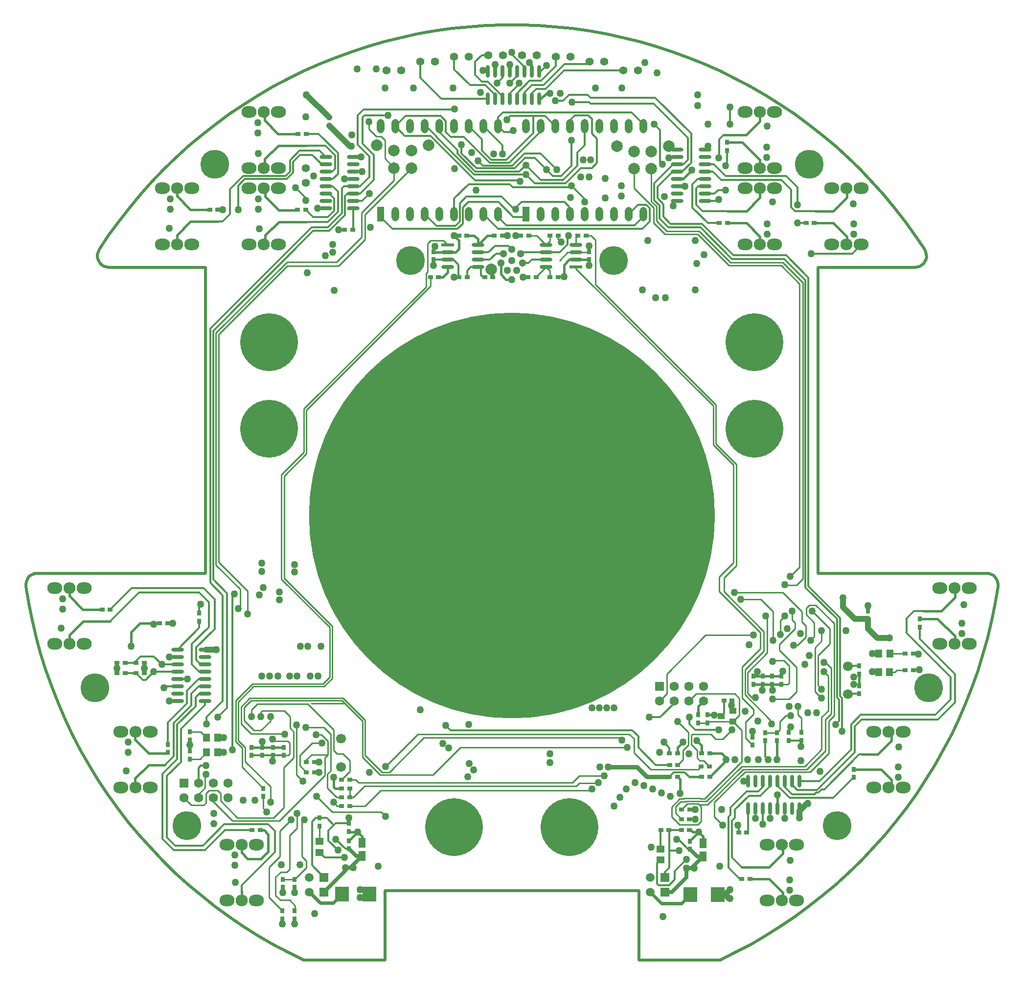
<source format=gtl>
%FSAX25Y25*%
%MOIN*%
G70*
G01*
G75*
G04 Layer_Physical_Order=1*
G04 Layer_Color=255*
%ADD10O,0.08661X0.02362*%
%ADD11R,0.03000X0.03543*%
%ADD12R,0.05118X0.05512*%
%ADD13R,0.05512X0.05118*%
%ADD14R,0.03543X0.03000*%
%ADD15R,0.05000X0.06693*%
%ADD16R,0.04921X0.03937*%
%ADD17R,0.08661X0.02362*%
%ADD18O,0.08661X0.02362*%
%ADD19O,0.02362X0.08661*%
%ADD20R,0.09449X0.09843*%
%ADD21C,0.01575*%
%ADD22C,0.01181*%
%ADD23C,0.00984*%
%ADD24C,0.01000*%
%ADD25C,0.03150*%
%ADD26C,0.03937*%
%ADD27C,0.02756*%
%ADD28C,0.02362*%
%ADD29C,0.00591*%
%ADD30C,0.01969*%
%ADD31C,0.05906*%
%ADD32R,0.05906X0.05906*%
%ADD33C,0.05118*%
%ADD34C,0.07874*%
%ADD35O,0.10236X0.07874*%
%ADD36O,0.08268X0.07874*%
%ADD37R,0.05118X0.09843*%
%ADD38O,0.05118X0.09843*%
%ADD39R,0.06299X0.06299*%
%ADD40C,0.06299*%
%ADD41C,2.75591*%
%ADD42C,0.39370*%
%ADD43C,0.19685*%
%ADD44C,0.05500*%
%ADD45C,0.06693*%
%ADD46C,0.05000*%
D10*
X0659051Y0586000D02*
D03*
Y0581000D02*
D03*
Y0576000D02*
D03*
Y0571000D02*
D03*
Y0566000D02*
D03*
Y0561000D02*
D03*
Y0556000D02*
D03*
Y0551000D02*
D03*
X0677949Y0586000D02*
D03*
Y0581000D02*
D03*
Y0576000D02*
D03*
Y0571000D02*
D03*
Y0566000D02*
D03*
Y0561000D02*
D03*
Y0556000D02*
D03*
Y0551000D02*
D03*
X0999551Y0927000D02*
D03*
Y0922000D02*
D03*
Y0917000D02*
D03*
Y0912000D02*
D03*
Y0907000D02*
D03*
Y0902000D02*
D03*
Y0897000D02*
D03*
Y0892000D02*
D03*
X1018449Y0927000D02*
D03*
Y0922000D02*
D03*
Y0917000D02*
D03*
Y0912000D02*
D03*
Y0907000D02*
D03*
Y0902000D02*
D03*
Y0897000D02*
D03*
Y0892000D02*
D03*
X0778949Y0887000D02*
D03*
Y0892000D02*
D03*
Y0897000D02*
D03*
Y0902000D02*
D03*
Y0907000D02*
D03*
Y0912000D02*
D03*
Y0917000D02*
D03*
Y0922000D02*
D03*
X0760051Y0887000D02*
D03*
Y0892000D02*
D03*
Y0897000D02*
D03*
Y0902000D02*
D03*
Y0907000D02*
D03*
Y0912000D02*
D03*
Y0917000D02*
D03*
Y0922000D02*
D03*
D11*
X0667500Y0517000D02*
D03*
Y0511500D02*
D03*
Y0524500D02*
D03*
Y0530000D02*
D03*
X0775724Y0462155D02*
D03*
Y0467655D02*
D03*
X0775945Y0455764D02*
D03*
Y0450264D02*
D03*
X1008280Y0455535D02*
D03*
Y0450035D02*
D03*
X1123500Y0569512D02*
D03*
Y0575012D02*
D03*
Y0561500D02*
D03*
Y0556000D02*
D03*
X0939500Y0857500D02*
D03*
Y0852000D02*
D03*
X0674000Y0611000D02*
D03*
Y0605500D02*
D03*
X0833500Y0852000D02*
D03*
Y0857500D02*
D03*
X0652500Y0516000D02*
D03*
Y0521500D02*
D03*
X1120000Y0504500D02*
D03*
Y0499000D02*
D03*
X1165000Y0607000D02*
D03*
Y0601500D02*
D03*
X1033500Y0932000D02*
D03*
Y0926500D02*
D03*
X0755945Y0471276D02*
D03*
Y0465776D02*
D03*
X1084161Y0524130D02*
D03*
Y0529630D02*
D03*
X1075661Y0524130D02*
D03*
Y0529630D02*
D03*
X1020261Y0541650D02*
D03*
Y0536150D02*
D03*
X1067500Y0529500D02*
D03*
Y0524000D02*
D03*
X1059500D02*
D03*
Y0529500D02*
D03*
X0730500Y0402500D02*
D03*
Y0408000D02*
D03*
X0739000Y0402500D02*
D03*
Y0408000D02*
D03*
Y0429500D02*
D03*
Y0424000D02*
D03*
X0731000D02*
D03*
Y0429500D02*
D03*
X0762500Y0949000D02*
D03*
Y0943500D02*
D03*
X1129500Y0607000D02*
D03*
Y0612500D02*
D03*
X1013761Y0541650D02*
D03*
Y0536150D02*
D03*
X1070500Y0568000D02*
D03*
Y0562500D02*
D03*
X1064167Y0568000D02*
D03*
Y0562500D02*
D03*
X1057833Y0568000D02*
D03*
Y0562500D02*
D03*
X1051500Y0568000D02*
D03*
Y0562500D02*
D03*
X0731500Y0519500D02*
D03*
Y0514000D02*
D03*
X0724167Y0519500D02*
D03*
Y0514000D02*
D03*
X0716833Y0519500D02*
D03*
Y0514000D02*
D03*
X0709500Y0519500D02*
D03*
Y0514000D02*
D03*
X0717500Y0491500D02*
D03*
Y0486000D02*
D03*
X1051000Y0521000D02*
D03*
Y0526500D02*
D03*
D12*
X0686480Y0516000D02*
D03*
X0679000D02*
D03*
X0686480Y0526000D02*
D03*
X0679000D02*
D03*
X1137020Y0583382D02*
D03*
X1144500D02*
D03*
X1136770Y0570632D02*
D03*
X1144250D02*
D03*
D13*
X0755945Y0447795D02*
D03*
Y0455276D02*
D03*
X0988280Y0442567D02*
D03*
Y0450047D02*
D03*
D14*
X0747000Y0502500D02*
D03*
X0752500D02*
D03*
X0747000Y0509500D02*
D03*
X0752500D02*
D03*
X0771000Y0479500D02*
D03*
X0776500D02*
D03*
X0771000Y0485500D02*
D03*
X0776500D02*
D03*
X0771000Y0491500D02*
D03*
X0776500D02*
D03*
X0771000Y0497500D02*
D03*
X0776500D02*
D03*
X1008000Y0463000D02*
D03*
X1002500D02*
D03*
Y0470500D02*
D03*
X1008000D02*
D03*
X1002604Y0477177D02*
D03*
X1008104D02*
D03*
X1021780Y0515279D02*
D03*
X1016280D02*
D03*
X0994500Y0507500D02*
D03*
X1000000D02*
D03*
X1021780Y0499279D02*
D03*
X1016280D02*
D03*
X0999799Y0499433D02*
D03*
X0994299D02*
D03*
X0999799Y0515433D02*
D03*
X0994299D02*
D03*
X0932000Y0868500D02*
D03*
X0937500D02*
D03*
X0913000D02*
D03*
X0918500D02*
D03*
X0898500D02*
D03*
X0893000D02*
D03*
X0880500D02*
D03*
X0875000D02*
D03*
X0837000Y0840000D02*
D03*
X0831500D02*
D03*
X0856250Y0868500D02*
D03*
X0850750D02*
D03*
X0898012Y0840000D02*
D03*
X0903512D02*
D03*
X1047000Y0461500D02*
D03*
X1041500D02*
D03*
X0636500Y0577000D02*
D03*
X0631000D02*
D03*
X0618000D02*
D03*
X0623500D02*
D03*
X0631000Y0570000D02*
D03*
X0636500D02*
D03*
X0623500D02*
D03*
X0618000D02*
D03*
X0773000Y0872500D02*
D03*
X0778500D02*
D03*
X0746500Y0886000D02*
D03*
X0741000D02*
D03*
X0856500Y0840000D02*
D03*
X0851000D02*
D03*
X0913000D02*
D03*
X0918500D02*
D03*
X0607782Y0613341D02*
D03*
X0613281D02*
D03*
X0715500Y0463000D02*
D03*
X0710000D02*
D03*
X1049140Y0429661D02*
D03*
X1043640D02*
D03*
X1092910Y0876974D02*
D03*
X1087409D02*
D03*
X1033721Y0876972D02*
D03*
X1028221D02*
D03*
X0741282Y0937839D02*
D03*
X0746781D02*
D03*
X0681090Y0886026D02*
D03*
X0686590D02*
D03*
X0994000Y0463000D02*
D03*
X0988500D02*
D03*
X1021500Y0506500D02*
D03*
X1016000D02*
D03*
X1160500Y0572000D02*
D03*
X1155000D02*
D03*
X1160500Y0583500D02*
D03*
X1155000D02*
D03*
X0647000Y0604000D02*
D03*
X0652500D02*
D03*
X1037000Y0551500D02*
D03*
X1031500D02*
D03*
X0868500Y0840000D02*
D03*
X0874000D02*
D03*
D15*
X1017280Y0454047D02*
D03*
Y0445047D02*
D03*
X0784945Y0454276D02*
D03*
Y0445276D02*
D03*
D16*
X1037500Y0537000D02*
D03*
Y0544500D02*
D03*
X1029500Y0540800D02*
D03*
D17*
X0930701Y0847008D02*
D03*
X0843299Y0862008D02*
D03*
D18*
X0910228D02*
D03*
Y0857008D02*
D03*
Y0852008D02*
D03*
Y0847008D02*
D03*
X0930701Y0862008D02*
D03*
Y0857008D02*
D03*
Y0852008D02*
D03*
X0863772Y0847008D02*
D03*
Y0852008D02*
D03*
Y0857008D02*
D03*
Y0862008D02*
D03*
X0843299Y0847008D02*
D03*
Y0852008D02*
D03*
Y0857008D02*
D03*
D19*
X0870500Y0961551D02*
D03*
X0875500D02*
D03*
X0880500D02*
D03*
X0885500D02*
D03*
X0890500D02*
D03*
X0895500D02*
D03*
X0900500D02*
D03*
X0905500D02*
D03*
X0870500Y0980449D02*
D03*
X0875500D02*
D03*
X0880500D02*
D03*
X0885500D02*
D03*
X0890500D02*
D03*
X0895500D02*
D03*
X0900500D02*
D03*
X0905500D02*
D03*
X1047858Y0477583D02*
D03*
X1052858D02*
D03*
X1057858D02*
D03*
X1062858D02*
D03*
X1067858D02*
D03*
X1072858D02*
D03*
X1077858D02*
D03*
X1082858D02*
D03*
X1047858Y0496480D02*
D03*
X1052858D02*
D03*
X1057858D02*
D03*
X1062858D02*
D03*
X1067858D02*
D03*
X1072858D02*
D03*
X1077858D02*
D03*
X1082858D02*
D03*
D20*
X1008390Y0419047D02*
D03*
X1027169D02*
D03*
X0771055Y0419276D02*
D03*
X0789835D02*
D03*
D21*
X0633500Y0604000D02*
X0647000D01*
X1031500Y0937161D02*
X1046704D01*
X1033500Y0932000D02*
X1043917D01*
X1046757Y0929161D01*
X1188732Y0589811D02*
Y0595268D01*
X1177000Y0607000D02*
X1188732Y0595268D01*
X1165000Y0607000D02*
X1177000D01*
X1064167Y0562500D02*
X1070500D01*
X1057833D02*
X1064167D01*
X1051500D02*
X1057833D01*
X1138417Y0504500D02*
X1145463Y0497455D01*
X1120000Y0504500D02*
X1138417D01*
X1007720Y0499279D02*
X1016280D01*
X0781941Y0461772D02*
X0781949D01*
X0776108D02*
X0781941D01*
X0775724Y0462155D02*
X0776108Y0461772D01*
X0718197Y0463000D02*
X0721000Y0460197D01*
Y0448500D02*
Y0460197D01*
X0716000Y0443500D02*
X0721000Y0448500D01*
X0707000Y0443500D02*
X0716000D01*
X0639526Y0507526D02*
X0650526D01*
X1020261Y0541650D02*
X1024850D01*
X1013761Y0547261D02*
X1017500Y0551000D01*
X1013761Y0541650D02*
Y0547261D01*
X1024850Y0541650D02*
X1025000Y0541500D01*
X1013000Y0524000D02*
X1016280Y0520720D01*
Y0515279D02*
Y0520720D01*
X0999799Y0499433D02*
X1001500Y0497732D01*
Y0488000D02*
Y0497732D01*
X1021780Y0499279D02*
X1033500Y0511000D01*
X1021780Y0515279D02*
X1029720D01*
X0765500Y0492500D02*
Y0499000D01*
Y0492500D02*
X0766500Y0491500D01*
X0771000D01*
X0922500Y0840500D02*
Y0848500D01*
X0926008Y0852008D01*
X0930701D01*
X1043640Y0437661D02*
X1062204D01*
X0594717Y0605341D02*
X0613281D01*
X0874000Y0840000D02*
Y0844500D01*
X0873000Y0845500D02*
X0874000Y0844500D01*
X0838575Y0840000D02*
X0839799D01*
X0843299Y0843500D01*
Y0847008D01*
X0858112Y0868500D02*
X0861250D01*
X0863772Y0865978D01*
X0851000Y0859500D02*
Y0865000D01*
X0848508Y0857008D02*
X0851000Y0859500D01*
X0715500Y0463000D02*
X0718197D01*
X0702768Y0447732D02*
X0707000Y0443500D01*
X0883000Y0838500D02*
X0887000D01*
X0879622Y0841878D02*
X0883000Y0838500D01*
X0879622Y0841878D02*
Y0849724D01*
X0879709Y0849811D01*
X0709500Y0519500D02*
X0716833D01*
X0724167D01*
X0731500D01*
X1056041Y0900500D02*
X1056043Y0900498D01*
Y0894230D02*
Y0900498D01*
X0718959Y0895045D02*
Y0900502D01*
X0728165Y0885839D02*
X0741282D01*
X0718959Y0895045D02*
X0728165Y0885839D01*
X0718959Y0868581D02*
X0728217Y0877839D01*
X0718959Y0862313D02*
Y0868581D01*
X1008280Y0455547D02*
X1014275Y0461543D01*
X1017280Y0454047D02*
Y0458547D01*
X1014283Y0461543D02*
X1017280Y0458547D01*
X1010283Y0461543D02*
X1014275D01*
X1014283D01*
X0775945Y0455776D02*
X0781941Y0461772D01*
X0784945Y0454276D02*
Y0458776D01*
X0781949Y0461772D02*
X0784945Y0458776D01*
X1115232Y0862311D02*
Y0867768D01*
X1106026Y0876974D02*
X1115232Y0867768D01*
X1092910Y0876974D02*
X1106026D01*
X1115232Y0894232D02*
Y0900500D01*
X1105974Y0884974D02*
X1115232Y0894232D01*
X0594665Y0613341D02*
X0607782D01*
X0585459Y0622547D02*
X0594665Y0613341D01*
X0585459Y0622547D02*
Y0628004D01*
Y0596083D02*
X0594717Y0605341D01*
X0585459Y0589815D02*
Y0596083D01*
X0639474Y0515526D02*
X0652591D01*
X0630268Y0524732D02*
X0639474Y0515526D01*
X0630268Y0524732D02*
Y0530189D01*
Y0498268D02*
X0639526Y0507526D01*
X0630268Y0492000D02*
Y0498268D01*
X0702768Y0447732D02*
Y0453189D01*
Y0415000D02*
Y0421268D01*
X1062257Y0429661D02*
X1071463Y0420455D01*
Y0414998D02*
Y0420455D01*
X1049140Y0429661D02*
X1062257D01*
X1071463Y0446919D02*
Y0453187D01*
X1062204Y0437661D02*
X1071463Y0446919D01*
X1145463Y0491998D02*
Y0497455D01*
Y0523919D02*
Y0530187D01*
X1136204Y0514661D02*
X1145463Y0523919D01*
X1188732Y0621732D02*
Y0628000D01*
X1179474Y0612474D02*
X1188732Y0621732D01*
X1056043Y0862309D02*
Y0867766D01*
X1046837Y0876972D02*
X1056043Y0867766D01*
X1033721Y0876972D02*
X1046837D01*
X1046785Y0884972D02*
X1056043Y0894230D01*
X1033721Y0884972D02*
X1046785D01*
X1055963Y0914498D02*
Y0919955D01*
X1046757Y0929161D02*
X1055963Y0919955D01*
Y0946419D02*
Y0952687D01*
X1046704Y0937161D02*
X1055963Y0946419D01*
X0718459Y0920581D02*
X0727717Y0929839D01*
X0718459Y0914313D02*
Y0920581D01*
Y0947045D02*
X0727665Y0937839D01*
X0740781D01*
X0718459Y0947045D02*
Y0952502D01*
X0667974Y0886026D02*
X0681090D01*
X0658768Y0895232D02*
X0667974Y0886026D01*
X0658768Y0895232D02*
Y0900689D01*
Y0868768D02*
X0668026Y0878026D01*
X0658768Y0862500D02*
Y0868768D01*
X0863772Y0862008D02*
Y0865978D01*
Y0862008D02*
X0870264Y0868500D01*
X0875000D01*
X0843299Y0857008D02*
X0848508D01*
X0833500Y0857500D02*
X0833992Y0857008D01*
X0843299D01*
X0930701Y0852008D02*
X0939492D01*
X0939500Y0852000D01*
X1067858Y0476083D02*
Y0477583D01*
X1123500Y0561500D02*
Y0569512D01*
X0627500Y0598000D02*
X0633500Y0604000D01*
X0627500Y0588500D02*
Y0598000D01*
X0905500Y0961551D02*
X0906551D01*
X0910500Y0965500D02*
X0913000D01*
X0906551Y0961551D02*
X0910500Y0965500D01*
X1067858Y0477583D02*
Y0487032D01*
X0999551Y0907000D02*
X1003500D01*
X1009500Y0913000D01*
X1125500Y0514661D02*
X1136204D01*
X1167500Y0612474D02*
X1179474D01*
X1067500Y0511000D02*
Y0524000D01*
X0999799Y0515433D02*
Y0519299D01*
X1003500Y0523000D01*
X1033500Y0511000D02*
X1034000D01*
X1029720Y0515279D02*
X1034000Y0511000D01*
X1094000Y0884974D02*
X1105974D01*
X0668026Y0878026D02*
X0686590D01*
X0728217Y0877839D02*
X0746781D01*
X0727717Y0929839D02*
X0746781D01*
X1051500Y0568000D02*
X1057833D01*
X1064167D01*
X1070500D01*
X0847500Y0868500D02*
X0851000Y0865000D01*
X1008280Y0463547D02*
X1010283Y0461543D01*
X1037500Y0544500D02*
Y0551000D01*
D22*
X0861216Y0910000D02*
X0896500D01*
X0835532Y0935685D02*
X0861216Y0910000D01*
X0895500Y0924500D02*
X0906500D01*
X0887185Y0916185D02*
X0895500Y0924500D01*
X0867315Y0916185D02*
X0887185D01*
X0906500Y0939500D02*
Y0943000D01*
X0885153Y0918153D02*
X0906500Y0939500D01*
X0871846Y0918153D02*
X0885153D01*
X0901500Y0938500D02*
Y0949937D01*
X0883122Y0920122D02*
X0901500Y0938500D01*
X0872894Y0920122D02*
X0883122D01*
X0866516Y0926500D02*
Y0933984D01*
Y0926500D02*
X0872894Y0920122D01*
X0838949Y0961551D02*
X0870500D01*
X0824571Y0975929D02*
X0838949Y0961551D01*
X0824571Y0975929D02*
Y0986929D01*
X0765957Y0885272D02*
Y0893543D01*
X0761685Y0881000D02*
X0765957Y0885272D01*
X0751500Y0881000D02*
X0761685D01*
X0768500Y0884831D02*
Y0898500D01*
X0761509Y0877839D02*
X0768500Y0884831D01*
X0746781Y0877839D02*
X0761509D01*
X0771272Y0883772D02*
Y0900772D01*
X0761500Y0874000D02*
X0771272Y0883772D01*
X0750500Y0874000D02*
X0761500D01*
X0773240Y0882240D02*
Y0895240D01*
X0762539Y0871539D02*
X0773240Y0882240D01*
X0751539Y0871539D02*
X0762539D01*
X0778949Y0872949D02*
Y0887000D01*
X0778500Y0872500D02*
X0778949Y0872949D01*
X0976000Y0873000D02*
X0981000Y0878000D01*
X0877500Y0873000D02*
X0976000D01*
X0867500Y0883000D02*
X0877500Y0873000D01*
X0970500Y0875500D02*
X0976500Y0881500D01*
X0883216Y0875500D02*
X0970500D01*
X0876608Y0882108D02*
X0883216Y0875500D01*
X0888000Y0881000D02*
X0894500D01*
X0877791Y0891209D02*
X0888000Y0881000D01*
X0857209Y0891209D02*
X0877791D01*
X0894500Y0881000D02*
X0896500Y0883000D01*
X0856000Y0895000D02*
X0880000D01*
X0851500Y0890500D02*
X0856000Y0895000D01*
X0851500Y0878000D02*
Y0890500D01*
X0853500Y0887500D02*
X0857209Y0891209D01*
X0848500Y0875000D02*
X0851500Y0878000D01*
X0835500Y0875000D02*
X0848500D01*
X0850000Y0873000D02*
X0853500Y0876500D01*
X0805500Y0873000D02*
X0850000D01*
X0853500Y0876500D02*
Y0887500D01*
X0827500Y0883000D02*
X0835500Y0875000D01*
X0797500Y0881000D02*
X0805500Y0873000D01*
X0885500Y0903500D02*
X0887500Y0901500D01*
X0857394Y0903500D02*
X0885500D01*
X0847500Y0893606D02*
X0857394Y0903500D01*
X1031301Y0937161D02*
X1031500D01*
X1028140Y0934000D02*
X1031301Y0937161D01*
X1028140Y0921640D02*
Y0934000D01*
X1028000Y0921500D02*
X1028140Y0921640D01*
X1032500Y0916000D02*
X1033500Y0917000D01*
Y0926500D01*
X1160974Y0612474D02*
X1167500D01*
X1156000Y0607500D02*
X1160974Y0612474D01*
X1156000Y0597500D02*
Y0607500D01*
X1165000Y0593409D02*
X1188910Y0569500D01*
X1165000Y0593409D02*
Y0601500D01*
X1186000Y0552000D02*
Y0567500D01*
X1156000Y0597500D02*
X1186000Y0567500D01*
X1125333Y0538333D02*
X1177333D01*
X1120687Y0533687D02*
X1125333Y0538333D01*
X1120687Y0516187D02*
Y0533687D01*
X1098036Y0490752D02*
X1099752D01*
X1095847Y0488563D02*
X1098036Y0490752D01*
X1094322Y0488563D02*
X1095847D01*
X1093290Y0487532D02*
X1094322Y0488563D01*
X1095032Y0490531D02*
X1120687Y0516187D01*
X1081358Y0490531D02*
X1095032D01*
X1099752Y0490752D02*
X1123661Y0514661D01*
X1125500D01*
X1106032Y0485032D02*
X1120000Y0499000D01*
X1102011Y0485032D02*
X1106032D01*
X0997500Y0549500D02*
Y0551000D01*
X0988000Y0540000D02*
X0997500Y0549500D01*
X0980500Y0540000D02*
X0988000D01*
X1008000Y0535500D02*
Y0540000D01*
Y0535500D02*
X1012000Y0531500D01*
X1028000D01*
X1004500Y0502500D02*
X1007720Y0499279D01*
X0997366Y0502500D02*
X1004500D01*
X0985000Y0507500D02*
X0994500D01*
X0973120Y0519380D02*
X0985000Y0507500D01*
X0973120Y0519380D02*
Y0526880D01*
X1035878Y0473378D02*
Y0478378D01*
X1034500Y0472000D02*
X1035878Y0473378D01*
X1034500Y0437278D02*
Y0472000D01*
X1039000Y0471500D02*
Y0477000D01*
X1037000Y0469500D02*
X1039000Y0471500D01*
X1037000Y0444301D02*
Y0469500D01*
X1039000Y0477000D02*
X1048532Y0486531D01*
X1047031Y0489532D02*
X1054858D01*
X1035878Y0478378D02*
X1047031Y0489532D01*
X1048532Y0486531D02*
X1056358D01*
X0998000Y0429323D02*
Y0435000D01*
X0994177Y0425500D02*
X0998000Y0429323D01*
X0987000Y0425500D02*
X0994177D01*
X0998000Y0435000D02*
X1006000Y0443000D01*
X0991280Y0430547D02*
Y0434500D01*
X0994279Y0437500D01*
Y0449000D01*
X1006953Y0450047D02*
X1008280D01*
X1000453Y0456547D02*
X1006953Y0450047D01*
X0999279Y0456547D02*
X1000453D01*
X0656500Y0449500D02*
X0678000D01*
X0649000Y0457000D02*
X0656500Y0449500D01*
X0649000Y0457000D02*
Y0501500D01*
X0659000Y0511500D01*
X0725500Y0448000D02*
Y0462500D01*
X0721000Y0467000D02*
X0725500Y0462500D01*
X0691000Y0467000D02*
X0721000D01*
X0702768Y0425268D02*
X0725500Y0448000D01*
X0702768Y0421268D02*
Y0425268D01*
X0693000Y0546500D02*
Y0624500D01*
X0686500Y0540000D02*
X0693000Y0546500D01*
X0679000Y0540000D02*
X0690000Y0551000D01*
Y0623000D01*
X0691500Y0463000D02*
X0710000D01*
X0678000Y0449500D02*
X0691500Y0463000D01*
X0659000Y0511500D02*
Y0535000D01*
X0656500Y0513500D02*
Y0536000D01*
X0650526Y0507526D02*
X0656500Y0513500D01*
X0677949Y0548449D02*
Y0551000D01*
X0661500Y0532000D02*
X0677949Y0548449D01*
X0661500Y0509500D02*
Y0532000D01*
X0683500Y0634000D02*
X0693000Y0624500D01*
X0683500Y0634000D02*
Y0803500D01*
X0681379Y0631621D02*
X0690000Y0623000D01*
X0677000Y0628000D02*
X0684500Y0620500D01*
Y0600000D02*
Y0620500D01*
X0672043Y0587543D02*
X0684500Y0600000D01*
X1087000Y0628500D02*
Y0838000D01*
X1072500Y0852500D02*
X1087000Y0838000D01*
X1037000Y0852500D02*
X1072500D01*
X1015500Y0874000D02*
X1037000Y0852500D01*
X1077250Y0887750D02*
Y0899750D01*
X1070500Y0906500D02*
X1077250Y0899750D01*
X1029500Y0906500D02*
X1070500D01*
X1081500Y0889500D02*
Y0901500D01*
X1074000Y0909000D02*
X1081500Y0901500D01*
X1032500Y0909000D02*
X1074000D01*
X1024000Y0912000D02*
X1029500Y0906500D01*
X1018449Y0912000D02*
X1024000D01*
X0997000Y0917000D02*
X0999551D01*
X0984031Y0904031D02*
X0997000Y0917000D01*
X0984031Y0892468D02*
Y0904031D01*
X0993500Y0874000D02*
X1015500D01*
X1038000Y0855000D02*
X1073828D01*
X1016500Y0876500D02*
X1038000Y0855000D01*
X0995000Y0876500D02*
X1016500D01*
X0990138Y0881362D02*
X0995000Y0876500D01*
X0987500Y0880000D02*
X0993500Y0874000D01*
X0987500Y0880000D02*
Y0889000D01*
X0990138Y0881362D02*
Y0889862D01*
X0986106Y0893894D02*
X0990138Y0889862D01*
X0986106Y0893894D02*
Y0901606D01*
X0984031Y0892468D02*
X0987500Y0889000D01*
X0981000Y0878000D02*
Y0887000D01*
X0978701Y0889299D02*
X0981000Y0887000D01*
X0972799Y0889299D02*
X0978701D01*
X0986106Y0901606D02*
X0996500Y0912000D01*
X0999551D01*
X1009126Y0918126D02*
Y0937874D01*
X0984500Y0962500D02*
X1009126Y0937874D01*
X0940500Y0962500D02*
X0984500D01*
X0983500Y0958500D02*
X1007000Y0935000D01*
X0940634Y0958500D02*
X0983500D01*
X0939634Y0959500D02*
X0940634Y0958500D01*
X0938500Y0964500D02*
X0940500Y0962500D01*
X0923000Y0985500D02*
X0938428D01*
X0908500Y0971000D02*
X0923000Y0985500D01*
X0900500Y0971000D02*
X0908500D01*
X0922500Y0981000D02*
X0963000D01*
X0910000Y0968500D02*
X0922500Y0981000D01*
X0903500Y0968500D02*
X0910000D01*
X0900500Y0965500D02*
X0903500Y0968500D01*
X0895500Y0966000D02*
X0900500Y0971000D01*
X0907000Y0974000D02*
X0917000Y0984000D01*
X0899000Y0974000D02*
X0907000D01*
X0890500Y0965500D02*
X0899000Y0974000D01*
X0891750Y0971750D02*
Y0972750D01*
X0885500Y0965500D02*
X0891750Y0971750D01*
X0885500Y0961551D02*
Y0965500D01*
X0866500Y0973500D02*
X0870500D01*
X0862000Y0978000D02*
X0866500Y0973500D01*
X0862000Y0978000D02*
Y0987000D01*
X0869000Y0971000D02*
X0875500Y0964500D01*
X0858500Y0971000D02*
X0869000D01*
X0847643Y0981857D02*
X0858500Y0971000D01*
X0870500Y0973500D02*
X0880500Y0963500D01*
X0875500Y0961551D02*
Y0964500D01*
X0857500Y0943000D02*
X0866516Y0933984D01*
X0849750Y0924250D02*
Y0926750D01*
X0837500Y0939000D02*
X0849750Y0926750D01*
X0837500Y0939000D02*
Y0943000D01*
X0849750Y0924250D02*
X0862000Y0912000D01*
X0845250Y0935750D02*
X0854250D01*
X0842000Y0939000D02*
X0845250Y0935750D01*
X0842000Y0939000D02*
Y0946500D01*
X0847500Y0883000D02*
Y0893606D01*
X0790000Y0908503D02*
Y0922500D01*
X0782000Y0930500D02*
X0790000Y0922500D01*
X0782000Y0930500D02*
Y0950500D01*
X0783497Y0902000D02*
X0790000Y0908503D01*
X0785126Y0931158D02*
X0793000Y0923284D01*
Y0906500D02*
Y0923284D01*
X0783500Y0897000D02*
X0793000Y0906500D01*
X0785878Y0954378D02*
X0847744D01*
X0782000Y0950500D02*
X0785878Y0954378D01*
X0769000Y0526500D02*
X0770500Y0525358D01*
X0774325Y0467655D02*
X0775945Y0469276D01*
X0766825Y0467655D02*
X0774325D01*
X0765669Y0466500D02*
X0766825Y0467655D01*
X1124442Y0541558D02*
X1175558D01*
X1186000Y0552000D01*
X1118055Y0535172D02*
X1124442Y0541558D01*
X1177333Y0538333D02*
X1188910Y0549909D01*
Y0569500D01*
X0880500Y0924000D02*
Y0930000D01*
X0867500Y0943000D02*
X0880500Y0930000D01*
X0945000Y0918000D02*
Y0934500D01*
X0936500Y0930106D02*
Y0943000D01*
X0931378Y0924984D02*
X0936500Y0930106D01*
X0931378Y0915878D02*
Y0924984D01*
X0941500Y0914500D02*
X0945000Y0918000D01*
X0934000Y0914500D02*
X0941500D01*
X0906500Y0924500D02*
X0917500Y0913500D01*
X0902500Y0921500D02*
X0910500Y0913500D01*
X0896016Y0921500D02*
X0902500D01*
X0888732Y0914217D02*
X0896016Y0921500D01*
X0885937Y0949937D02*
X0909563D01*
X0923500Y0904000D02*
X0934000Y0914500D01*
X0926000Y0964500D02*
X0938500D01*
X0928000Y0959500D02*
X0939634D01*
X0968532Y0952468D02*
X0975500Y0945500D01*
X0877500Y0949000D02*
X0880968Y0952468D01*
X0968532D01*
X0939000Y0950500D02*
X0941500Y0948000D01*
X0930000Y0950500D02*
X0939000D01*
X0926500Y0947000D02*
X0930000Y0950500D01*
X0941500Y0938000D02*
Y0948000D01*
X0852500Y0924500D02*
X0862784Y0914217D01*
X0864000Y0919500D02*
X0867315Y0916185D01*
X0854250Y0935750D02*
X0871846Y0918153D01*
X0862784Y0914217D02*
X0888732D01*
X0918500Y0866000D02*
X0920500Y0864000D01*
X0918500Y0866000D02*
Y0868500D01*
X0919508Y0857008D02*
X0924992Y0862492D01*
Y0867992D01*
X0925500Y0868500D01*
X0926500Y0901500D02*
X0927500D01*
X0887500D02*
X0926500D01*
X0852500Y0924500D02*
Y0930500D01*
X0892000Y0912000D02*
X0896500Y0916500D01*
X0862000Y0912000D02*
X0892000D01*
X0835532Y0935685D02*
Y0935968D01*
X0828500Y0943000D02*
X0835532Y0935968D01*
X0831500Y0936500D02*
X0862000Y0906000D01*
X0892000D01*
X0659051Y0566000D02*
X0666000D01*
X0994279Y0449000D02*
X0994327Y0449047D01*
X1000780D01*
X0995000Y0463000D02*
X1002500D01*
X0994279Y0462280D02*
X0995000Y0463000D01*
X0994279Y0449000D02*
Y0462280D01*
X0842000Y0534244D02*
Y0534500D01*
Y0534244D02*
X0845122Y0531122D01*
X0900500Y0980449D02*
Y0985000D01*
Y0978949D02*
Y0980449D01*
X0737730Y0911230D02*
Y0918730D01*
X0742500Y0923500D01*
X0751000D01*
X0757500Y0917000D01*
X0760051D01*
X0735762Y0912045D02*
Y0919762D01*
X0742331Y0926331D01*
X0755721D01*
X0760051Y0922000D01*
X1082858Y0496480D02*
X1096480D01*
X1029500Y0540800D02*
X1031500Y0542800D01*
Y0551500D01*
X1030862Y0552138D02*
X1031500Y0551500D01*
X1028000Y0531500D02*
Y0533000D01*
X0867492Y0840000D02*
X0868500D01*
X0865992Y0841500D02*
X0867492Y0840000D01*
X0865992Y0841500D02*
Y0847008D01*
X0863772D02*
X0865992D01*
X0859008D02*
X0863772D01*
X0856500Y0844500D02*
X0859008Y0847008D01*
X0856500Y0840000D02*
Y0844500D01*
X0850700Y0840300D02*
X0851000Y0840000D01*
X0850700Y0840300D02*
Y0848500D01*
X0847192Y0852008D02*
X0850700Y0848500D01*
X0674000Y0616000D02*
X0675000Y0617000D01*
X0674000Y0611000D02*
Y0616000D01*
X0652500Y0521500D02*
Y0536500D01*
X0676500Y0452500D02*
X0691000Y0467000D01*
X0652000Y0500000D02*
X0661500Y0509500D01*
X0759465Y0444276D02*
X0772945D01*
X0755945Y0447795D02*
X0759465Y0444276D01*
X0750827Y0438894D02*
X0758945Y0430776D01*
X0750827Y0438894D02*
Y0468827D01*
X0753276Y0471276D01*
X0755945D01*
X0760894D02*
X0765669Y0466500D01*
X0755945Y0471276D02*
X0760894D01*
X0761945Y0462776D02*
X0765669Y0466500D01*
X0988000Y0918500D02*
Y0940500D01*
Y0918500D02*
X0989500Y0917000D01*
X0984000Y0944500D02*
X0988000Y0940500D01*
X0696590Y0622590D02*
X0698000Y0624000D01*
X0910228Y0857008D02*
X0919508D01*
X0778949Y0892000D02*
X0785000D01*
X0790000Y0897000D01*
X1087000Y0628500D02*
X1108500Y0607000D01*
Y0553500D02*
Y0607000D01*
Y0553500D02*
X1110032Y0551968D01*
Y0537532D02*
Y0551968D01*
X1107500Y0535000D02*
X1110032Y0537532D01*
X1110500Y0554464D02*
Y0607828D01*
Y0554464D02*
X1112000Y0552964D01*
Y0530500D02*
Y0552964D01*
X0709500Y0514000D02*
X0716833D01*
X0724167D01*
X0731500D01*
X0671500Y0547500D02*
Y0553500D01*
X0652500Y0536500D02*
X0665500Y0549500D01*
X0668500Y0548000D02*
Y0556000D01*
X0656500Y0536000D02*
X0668500Y0548000D01*
X0665500Y0549500D02*
Y0558000D01*
X0838500Y0950000D02*
X0842000Y0946500D01*
X0814500Y0950000D02*
X0838500D01*
X0847643Y0981857D02*
Y0990500D01*
X0938428Y0985500D02*
X0939929Y0987000D01*
X0936500Y0891500D02*
Y0893500D01*
X0927500Y0902500D02*
X0936500Y0893500D01*
X0926500Y0901500D02*
X0927500Y0902500D01*
Y0901500D02*
Y0902500D01*
X0892000Y0906000D02*
X0892500Y0905500D01*
X0935500Y0891500D02*
X0936500D01*
X0927500Y0916000D02*
Y0932000D01*
X0920500Y0909000D02*
X0927500Y0916000D01*
X0922000Y0906500D02*
X0931378Y0915878D01*
X0902500Y0904000D02*
X0923500D01*
X0896500Y0910000D02*
X0902500Y0904000D01*
X0906500Y0906500D02*
X0922000D01*
X0896500Y0916500D02*
X0906500Y0906500D01*
X0915000Y0909000D02*
X0920500D01*
X0910500Y0913500D02*
X0915000Y0909000D01*
X0761945Y0455776D02*
Y0462776D01*
Y0455776D02*
X0768445Y0449276D01*
X0766945Y0456776D02*
X0773445Y0450276D01*
X0775945D01*
X0986000Y0440287D02*
X0988280Y0442567D01*
X0986000Y0426500D02*
Y0440287D01*
Y0426500D02*
X0987000Y0425500D01*
X0988280Y0450047D02*
Y0462780D01*
X0988500Y0463000D01*
X0877500Y0943000D02*
X0881500Y0939000D01*
X0889000D01*
X0797500Y0881000D02*
Y0883000D01*
X0926500D02*
Y0887500D01*
X0922791Y0891209D02*
X0926500Y0887500D01*
Y0943000D02*
Y0947000D01*
X0893500Y0891209D02*
X0922791D01*
X0889500Y0886500D02*
Y0887209D01*
X0893500Y0891209D01*
X0888500Y0886500D02*
X0889500D01*
X0880000Y0895000D02*
X0888500Y0886500D01*
X0976500Y0881500D02*
Y0883000D01*
X0966500D02*
X0972799Y0889299D01*
X0883500Y0947500D02*
X0885937Y0949937D01*
X0909563D02*
X0916500Y0943000D01*
X0877500D02*
Y0949000D01*
X0900500Y0961551D02*
Y0965500D01*
X0895500Y0961551D02*
Y0966000D01*
X0890500Y0961551D02*
Y0965500D01*
X0807500Y0943000D02*
X0814500Y0950000D01*
X0807500Y0943000D02*
X0814000Y0936500D01*
X0941500Y0938000D02*
X0945000Y0934500D01*
X0827500Y0943000D02*
X0828500D01*
X0814000Y0936500D02*
X0831500D01*
X0863772Y0852008D02*
X0872008D01*
X0876142Y0856142D01*
X0881153D01*
X0863772Y0857008D02*
X0871008D01*
X0875500Y0861500D01*
X0884457D01*
X0887000Y0858957D01*
X0892846Y0856142D02*
X0893713Y0857008D01*
X0910228D01*
X0894291Y0849811D02*
X0898311D01*
X0900508Y0852008D01*
X0910228D01*
X0833508D02*
X0843299D01*
X0746781Y0929839D02*
X0759846D01*
X0766500Y0923185D01*
Y0914000D02*
Y0923185D01*
X0764500Y0912000D02*
X0766500Y0914000D01*
X0760051Y0912000D02*
X0764500D01*
X0746781Y0937839D02*
X0755330D01*
X0768500Y0924669D01*
Y0910500D02*
Y0924669D01*
X0765000Y0907000D02*
X0768500Y0910500D01*
X0760051Y0907000D02*
X0765000D01*
X0686590Y0886026D02*
Y0887090D01*
Y0878026D02*
X0690026D01*
X0746500Y0886000D02*
X0751500Y0881000D01*
X0760051Y0902000D02*
X0765000D01*
X1035500Y0944500D02*
Y0956000D01*
X1014000Y0902000D02*
X1018449D01*
X1020528Y0876972D02*
X1028221D01*
X1010000Y0887500D02*
X1020528Y0876972D01*
X1010000Y0887500D02*
X1010032Y0887531D01*
Y0903531D01*
X1013500Y0907000D01*
X1018449D01*
Y0897000D02*
X1025000D01*
X1018449Y0917000D02*
X1024500D01*
X1032500Y0909000D01*
X1077250Y0887750D02*
X1080026Y0884974D01*
X1094000D01*
X1091000Y0856000D02*
X1118957D01*
X1027000Y0892000D02*
X1028000Y0893000D01*
X1018449Y0892000D02*
X1027000D01*
X1025000Y0897000D02*
X1027500Y0899500D01*
X1032500D01*
X0675000Y0576000D02*
X0677949D01*
X0672043Y0578957D02*
X0675000Y0576000D01*
X0669000D02*
X0674000Y0571000D01*
X0677949D01*
X0674000Y0556000D02*
X0677949D01*
X0671500Y0553500D02*
X0674000Y0556000D01*
X0668500D02*
X0673500Y0561000D01*
X0677949D01*
X0665500Y0558000D02*
X0673500Y0566000D01*
X0677949D01*
X1077858Y0494031D02*
Y0496480D01*
Y0494031D02*
X1081358Y0490531D01*
X1072858Y0492531D02*
Y0496480D01*
Y0492531D02*
X1077858Y0487532D01*
X1067858Y0493532D02*
Y0496480D01*
Y0493532D02*
X1076358Y0485032D01*
X1057858Y0492531D02*
Y0496480D01*
X1054858Y0489532D02*
X1057858Y0492531D01*
X1062858Y0493032D02*
Y0496480D01*
X1056358Y0486531D02*
X1062858Y0493032D01*
X1042117Y0429661D02*
X1043640D01*
X1116154Y0575012D02*
X1123500D01*
X1116354Y0556000D02*
X1123500D01*
X1076358Y0485032D02*
X1102011D01*
X1077858Y0487532D02*
X1093290D01*
X0672043Y0578957D02*
Y0587543D01*
X0669000Y0590000D02*
X0680500Y0601500D01*
X0669000Y0576000D02*
Y0590000D01*
X0613281Y0613341D02*
X0627940Y0628000D01*
X0677000D01*
X0674000Y0625000D02*
X0680500Y0618500D01*
Y0601500D02*
Y0618500D01*
X0613281Y0605341D02*
X0632940Y0625000D01*
X0674000D01*
Y0600949D02*
Y0605500D01*
X0659051Y0586000D02*
X0674000Y0600949D01*
X0917000Y0984000D02*
Y0990500D01*
X0862000Y0987000D02*
X0866500Y0991500D01*
X0870714D01*
X0905500Y0978949D02*
Y0979500D01*
X0910500Y0984500D01*
X0995736Y0902000D02*
X0999551D01*
X1012543Y0889287D02*
X1016859Y0884972D01*
X1012543Y0889287D02*
Y0900543D01*
X1014000Y0902000D01*
X0995500Y0922000D02*
X0999551D01*
X0993843Y0921342D02*
X0994000Y0921500D01*
X0899000Y0986500D02*
X0900500Y0985000D01*
X0875500Y0978949D02*
Y0986284D01*
X0875858Y0986642D01*
X0762500Y0897000D02*
X0765957Y0893543D01*
X0765000Y0902000D02*
X0768500Y0898500D01*
X0681379Y0631621D02*
Y0804879D01*
X0771272Y0900772D02*
X0772500Y0902000D01*
X0778949D01*
X0999551Y0912000D02*
X1003000D01*
X1009126Y0918126D01*
X1089000Y0629328D02*
X1110500Y0607828D01*
X1089000Y0629328D02*
Y0839828D01*
X1073828Y0855000D02*
X1089000Y0839828D01*
X0643000Y0571000D02*
X0659051D01*
X0659551D01*
X0773240Y0895240D02*
X0775000Y0897000D01*
X0778949D01*
X1057858Y0467142D02*
X1058500Y0466500D01*
X1057858Y0467142D02*
Y0477583D01*
X0999551Y0917000D02*
X1004000D01*
X1007000Y0920000D01*
Y0935000D01*
X0648500Y0576000D02*
X0659051D01*
X0659551D01*
X0643000Y0581500D02*
X0648500Y0576000D01*
X0634000Y0581500D02*
X0643000D01*
X0631000Y0578500D02*
X0634000Y0581500D01*
X0631000Y0577000D02*
Y0578500D01*
X0624500Y0577000D02*
X0631000D01*
X0637500Y0565500D02*
X0643000Y0571000D01*
X0635500Y0565500D02*
X0637500D01*
X0631000Y0570000D02*
X0635500Y0565500D01*
X0623500Y0570000D02*
X0631000D01*
X0785126Y0931158D02*
Y0949119D01*
X0778949Y0902000D02*
X0783497D01*
X1081526Y0876974D02*
X1087409D01*
X1081500Y0877000D02*
X1081526Y0876974D01*
X0890500Y0977500D02*
Y0980449D01*
X0885500Y0972500D02*
X0890500Y0977500D01*
X0895500Y0980449D02*
Y0983500D01*
X0887000Y0992000D02*
X0895500Y0983500D01*
X0887000Y0992000D02*
Y0993500D01*
X0916500Y0960500D02*
X0922000D01*
X0926000Y0964500D01*
X0824571Y0986929D02*
Y0987000D01*
X0824500D02*
X0824571Y0986929D01*
X0880500Y0961551D02*
Y0963500D01*
Y0976000D02*
Y0980449D01*
X0877000Y0972500D02*
X0880500Y0976000D01*
X0786507Y0950500D02*
X0802500D01*
X0785126Y0949119D02*
X0786507Y0950500D01*
X0847744Y0954378D02*
X0848000Y0954634D01*
X0778949Y0897000D02*
X0783500D01*
X0681379Y0804879D02*
X0750500Y0874000D01*
X0683500Y0803500D02*
X0751539Y0871539D01*
X0679000Y0535500D02*
Y0540000D01*
X0650000Y0560000D02*
X0651000Y0561000D01*
X0659051D01*
X0673500Y0495000D02*
Y0505500D01*
X0675000Y0507000D02*
X0677000D01*
X0673500Y0505500D02*
X0675000Y0507000D01*
X0696590Y0517590D02*
Y0622590D01*
X0659000Y0535000D02*
X0671500Y0547500D01*
X1075661Y0524130D02*
X1084161D01*
X1034500Y0437278D02*
X1042117Y0429661D01*
X1037000Y0444301D02*
X1043640Y0437661D01*
X1041500Y0461500D02*
Y0466000D01*
X1041000Y0466500D02*
X1041500Y0466000D01*
X1047000Y0461500D02*
X1047858Y0462358D01*
Y0477583D01*
X1059500Y0513000D02*
Y0524000D01*
Y0513000D02*
X1061500Y0511000D01*
X0769000Y0526500D02*
X0769142Y0526358D01*
X0845122Y0531122D02*
X0968878D01*
X0994299Y0515433D02*
Y0519201D01*
X0990500Y0523000D02*
X0994299Y0519201D01*
X0968878Y0531122D02*
X0973120Y0526880D01*
X0994299Y0499433D02*
X0997366Y0502500D01*
X1016859Y0884972D02*
X1033721D01*
X1096480Y0496480D02*
X1118055Y0518055D01*
Y0535172D01*
X0690026Y0878026D02*
X0695000Y0883000D01*
X0732716Y0909000D02*
X0735762Y0912045D01*
X0695000Y0883000D02*
Y0900000D01*
X0704000Y0909000D01*
X0732716D01*
X0700500Y0886000D02*
Y0902500D01*
X0705000Y0907000D01*
X0733500D01*
X0737730Y0911230D01*
X1118957Y0856000D02*
X1125270Y0862313D01*
X0652000Y0458000D02*
Y0500000D01*
Y0458000D02*
X0657500Y0452500D01*
X0676500D01*
D23*
X0784500Y0867500D02*
Y0884000D01*
X0767500Y0850500D02*
X0784500Y0867500D01*
X0733857Y0850500D02*
X0767500D01*
X0685370Y0802013D02*
X0733857Y0850500D01*
X0733728Y0847728D02*
X0768728D01*
X0786721Y0865720D02*
Y0882720D01*
X0768728Y0847728D02*
X0786721Y0865720D01*
X0687142Y0801142D02*
X0733728Y0847728D01*
X0806689Y0906189D02*
Y0914500D01*
X0784500Y0884000D02*
X0806689Y0906189D01*
X0786721Y0882720D02*
X0818500Y0914500D01*
X1148000Y0570632D02*
X1149368Y0572000D01*
X1155000D01*
X1144250Y0570632D02*
X1148000D01*
X0987500Y0551000D02*
X0992500Y0556000D01*
Y0569500D01*
X0987500Y0551000D02*
Y0552891D01*
X0967000Y0528500D02*
X0970228Y0525272D01*
Y0515772D02*
Y0525272D01*
Y0515772D02*
X0981500Y0504500D01*
X0798000Y0475500D02*
X0801000Y0472500D01*
X0764500Y0475500D02*
X0798000D01*
X0782630Y0495370D02*
X0928370D01*
X0780500Y0497500D02*
X0782630Y0495370D01*
X0776500Y0497500D02*
X0780500D01*
X0765500Y0517500D02*
X0768000Y0515000D01*
X0772000D01*
X0776500Y0510500D01*
Y0503000D02*
Y0510500D01*
X0771000Y0497500D02*
X0776500Y0503000D01*
X0765500Y0517500D02*
Y0531500D01*
X0763500Y0503500D02*
Y0528500D01*
X0761279Y0501279D02*
X0763500Y0503500D01*
X0761279Y0491720D02*
Y0501279D01*
X0759000Y0533000D02*
X0763500Y0528500D01*
X0748000Y0549000D02*
X0765500Y0531500D01*
X0724500Y0471500D02*
X0731500Y0478500D01*
Y0505704D01*
X0700000Y0471500D02*
X0724500D01*
X0688500Y0483000D02*
X0700000Y0471500D01*
X0688500Y0483000D02*
Y0488000D01*
X0686500Y0490000D02*
X0688500Y0488000D01*
X0680500Y0490000D02*
X0686500D01*
X0678500Y0488000D02*
X0680500Y0490000D01*
X0678500Y0481500D02*
Y0488000D01*
X0707000Y0610500D02*
Y0626000D01*
X0687142Y0645858D02*
X0707000Y0626000D01*
X0687142Y0645858D02*
Y0801142D01*
X0701780Y0622435D02*
Y0627220D01*
X0685370Y0643630D02*
X0701780Y0627220D01*
X0685370Y0643630D02*
Y0802013D01*
X0745221Y0720720D02*
Y0750237D01*
X0730000Y0705500D02*
X0745221Y0720720D01*
X0730000Y0633983D02*
Y0705500D01*
X1085130Y0634410D02*
Y0836370D01*
X1071500Y0850000D02*
X1085130Y0836370D01*
X1036000Y0850000D02*
X1071500D01*
X1014693Y0871307D02*
X1036000Y0850000D01*
X0992693Y0871307D02*
X1014693D01*
X1013693Y0869307D02*
X1035000Y0848000D01*
X0991193Y0869307D02*
X1013693D01*
X1035000Y0848000D02*
X1070500D01*
X0985500Y0878500D02*
X0992693Y0871307D01*
X0985500Y0878500D02*
Y0888355D01*
X0983500Y0877000D02*
X0991193Y0869307D01*
X0983500Y0877000D02*
Y0887500D01*
X0982000Y0891855D02*
Y0914000D01*
Y0891855D02*
X0985500Y0888355D01*
X0970189Y0900811D02*
X0983500Y0887500D01*
X0970189Y0900811D02*
Y0914000D01*
X0798000Y0936000D02*
X0800500Y0933500D01*
X0794437Y0936000D02*
X0798000D01*
X0789500Y0940937D02*
X0794437Y0936000D01*
X0981500Y0504500D02*
X1014000D01*
X1007279Y0521000D02*
Y0529733D01*
X0999986Y0537026D02*
X1007279Y0529733D01*
X0761279Y0491720D02*
X0767500Y0485500D01*
X0771000D01*
X0754000Y0486000D02*
X0764500Y0475500D01*
X1154882Y0583382D02*
X1155000Y0583500D01*
X1144500Y0583382D02*
X1154882D01*
X0736000Y0532500D02*
X0738279Y0530221D01*
X0736000Y0532500D02*
Y0540500D01*
X0732000Y0544500D02*
X0736000Y0540500D01*
X0717000Y0544500D02*
X0732000D01*
X0738279Y0512483D02*
Y0530221D01*
X0716000Y0543500D02*
X0717000Y0544500D01*
X0716000Y0540250D02*
Y0543500D01*
X0709500Y0540500D02*
Y0545000D01*
X0713500Y0549000D01*
X0748000D01*
X0698721Y0523340D02*
X0703124Y0518936D01*
Y0505876D02*
Y0518936D01*
Y0505876D02*
X0717500Y0491500D01*
X0801000Y0506500D02*
X0823000Y0528500D01*
X0933000Y0500000D02*
X0950000D01*
X0928370Y0495370D02*
X0933000Y0500000D01*
X1076500Y0636000D02*
X1083000Y0642500D01*
Y0835500D01*
X0828449Y0842780D02*
X0829500Y0843831D01*
X0828449Y0833465D02*
Y0842780D01*
X0745221Y0750237D02*
X0828449Y0833465D01*
X0730000Y0633983D02*
X0762720Y0601263D01*
Y0567237D02*
Y0601263D01*
X0758263Y0562780D02*
X0762720Y0567237D01*
X0710263Y0562780D02*
X0758263D01*
X0698721Y0551237D02*
X0710263Y0562780D01*
X0698721Y0523340D02*
Y0551237D01*
X0717500Y0478000D02*
X0720000Y0475500D01*
X0717500Y0478000D02*
Y0485000D01*
X0992500Y0569500D02*
X1019000Y0596000D01*
X1051500D01*
X0663500Y0485000D02*
X0668500Y0480000D01*
X0677000D01*
X0678500Y0481500D01*
X0731500Y0505704D02*
X0738279Y0512483D01*
X0755945Y0455276D02*
Y0465776D01*
X1070500Y0848000D02*
X1083000Y0835500D01*
X0800500Y0921000D02*
X0806689Y0914811D01*
X0800500Y0921000D02*
Y0933500D01*
X0806689Y0914500D02*
Y0914811D01*
X0789500Y0940937D02*
Y0946000D01*
X0701747Y0622402D02*
X0701780Y0622435D01*
X0701747Y0615247D02*
Y0622402D01*
X0700500Y0614000D02*
X0701747Y0615247D01*
X1048500Y0589500D02*
X1048779Y0589221D01*
X0746500Y0533000D02*
X0759000D01*
X0675000Y0530000D02*
X0679000Y0526000D01*
X0667500Y0530000D02*
X0675000D01*
X0674500Y0511500D02*
X0679000Y0516000D01*
X0667500Y0511500D02*
X0674500D01*
X1074000Y0630000D02*
X1080721D01*
X1085130Y0634410D01*
X0823000Y0528500D02*
X0967000D01*
X1014000Y0504500D02*
X1016000Y0506500D01*
X1000000Y0507500D02*
X1003640Y0511140D01*
X1003598Y0517319D02*
X1007279Y0521000D01*
X1003598Y0511181D02*
Y0517319D01*
Y0511181D02*
X1003640Y0511140D01*
X0840307Y0865000D02*
X0843299Y0862008D01*
X0829500Y0843831D02*
Y0863000D01*
X0831500Y0865000D01*
X0840307D01*
D24*
X1037986Y0645486D02*
Y0711986D01*
X1028213Y0635713D02*
X1037986Y0645486D01*
X1028213Y0625787D02*
Y0635713D01*
X1031406Y0634906D02*
X1040000Y0643500D01*
X1031406Y0625594D02*
Y0634906D01*
X1040000Y0643500D02*
Y0712500D01*
X1031406Y0625594D02*
X1058500Y0598500D01*
X1099500Y0571000D02*
X1102500Y0568000D01*
Y0544500D02*
Y0568000D01*
X1098000Y0540000D02*
X1102500Y0544500D01*
X1101500Y0576500D02*
X1104500Y0573500D01*
Y0542500D02*
Y0573500D01*
X1100500Y0538500D02*
X1104500Y0542500D01*
X1091500Y0612500D02*
X1103500Y0600500D01*
Y0590000D02*
Y0600500D01*
X1095500Y0582000D02*
X1103500Y0590000D01*
X1095500Y0561500D02*
Y0582000D01*
X1056500Y0620500D02*
X1065000Y0612000D01*
Y0592500D02*
Y0612000D01*
X1079750Y0600250D02*
Y0604506D01*
X1078000Y0606256D02*
X1079750Y0604506D01*
X1078000Y0606256D02*
Y0612500D01*
X1069213Y0589713D02*
X1079750Y0600250D01*
X1056213Y0586713D02*
Y0597787D01*
X1028213Y0625787D02*
X1056213Y0597787D01*
X1058500Y0585000D02*
Y0598500D01*
X1045787Y0572287D02*
X1058500Y0585000D01*
X1060000Y0609000D02*
X1061000Y0608000D01*
Y0583945D02*
Y0608000D01*
X1047575Y0570519D02*
X1061000Y0583945D01*
X1045787Y0555213D02*
Y0572287D01*
X1044000Y0574500D02*
X1056213Y0586713D01*
X1044000Y0553000D02*
Y0574500D01*
X1064475Y0552525D02*
X1076025D01*
X1082000Y0541661D02*
X1084161Y0539500D01*
X1082000Y0541661D02*
Y0547500D01*
X1084161Y0529630D02*
Y0539500D01*
X1106622Y0541122D02*
Y0603878D01*
X1103000Y0537500D02*
X1106622Y0541122D01*
X1103000Y0515500D02*
Y0537500D01*
X1100500Y0517000D02*
Y0538500D01*
X1098000Y0518000D02*
Y0540000D01*
X1088000Y0504500D02*
X1100500Y0517000D01*
X1086500Y0506500D02*
X1098000Y0518000D01*
X1090213Y0502713D02*
X1103000Y0515500D01*
X1045713Y0502713D02*
X1090213D01*
X1044500Y0504500D02*
X1088000D01*
X1043500Y0506500D02*
X1086500D01*
X1020356Y0480356D02*
X1044500Y0504500D01*
X1019575Y0482575D02*
X1043500Y0506500D01*
X1044000Y0553000D02*
X1051500Y0545500D01*
Y0542000D02*
Y0545500D01*
X1038748Y0556000D02*
X1042000Y0552748D01*
Y0541500D02*
Y0552748D01*
X1037500Y0537000D02*
X1042000Y0541500D01*
X1012500Y0556000D02*
X1038748D01*
X1022500Y0528500D02*
X1026000Y0525000D01*
X1010000Y0528500D02*
X1022500D01*
X1026000Y0525000D02*
X1030500D01*
X1009213Y0527713D02*
X1010000Y0528500D01*
X1009213Y0521500D02*
Y0527713D01*
X1025000Y0472000D02*
Y0482000D01*
X1014809Y0482575D02*
X1019575D01*
X1014500Y0480356D02*
X1020356D01*
X1025000Y0482000D02*
X1045713Y0502713D01*
X1025000Y0472000D02*
X1030500Y0466500D01*
X0998441Y0478941D02*
X1001925Y0482425D01*
X0998441Y0474559D02*
Y0478941D01*
Y0474559D02*
X1002500Y0470500D01*
X1004000Y0484213D02*
X1004362Y0484575D01*
X1001185Y0484213D02*
X1004000D01*
X1004362Y0484575D02*
X1015337D01*
X1005138Y0482425D02*
X1005500Y0482787D01*
X1001925Y0482425D02*
X1005138D01*
X1005500Y0482787D02*
X1014597D01*
X1006500Y0481000D02*
X1013856D01*
X1003677Y0478177D02*
X1006500Y0481000D01*
X1002104Y0478177D02*
X1003677D01*
X1015549Y0484362D02*
X1018059D01*
X1015337Y0484575D02*
X1015549Y0484362D01*
X1014597Y0482787D02*
X1014809Y0482575D01*
X1013856Y0481000D02*
X1014500Y0480356D01*
X0940500Y0490000D02*
X0941500Y0491000D01*
X0797500Y0490000D02*
X0940500D01*
X0787000Y0479500D02*
X0797500Y0490000D01*
X0930779Y0493000D02*
X0932780Y0495000D01*
X0786500Y0493000D02*
X0930779D01*
X0779000Y0485500D02*
X0786500Y0493000D01*
X0776500Y0485500D02*
X0779000D01*
X0798500Y0502500D02*
X0803639D01*
X0787000Y0514000D02*
X0798500Y0502500D01*
X0787000Y0514000D02*
Y0538000D01*
X0785213Y0512787D02*
X0797287Y0500713D01*
X0785213Y0512787D02*
Y0537260D01*
X0797287Y0500713D02*
X0833213D01*
X0827028Y0525890D02*
X0960610D01*
X0803639Y0502500D02*
X0827028Y0525890D01*
X0852000Y0519500D02*
X0965500D01*
X0833213Y0500713D02*
X0852000Y0519500D01*
X0960610Y0525890D02*
X0962000Y0524500D01*
X0721500Y0417000D02*
Y0437575D01*
X0734287Y0523713D02*
X0735500Y0522500D01*
Y0515000D02*
Y0522500D01*
X0734500Y0514000D02*
X0735500Y0515000D01*
X0759500Y0500500D02*
Y0512500D01*
X0728500Y0469500D02*
X0759500Y0500500D01*
X0696500Y0469500D02*
X0728500D01*
X0729000Y0445075D02*
Y0462500D01*
X0721500Y0437575D02*
X0729000Y0445075D01*
Y0462500D02*
X0736500Y0470000D01*
X0729250Y0415250D02*
X0735436D01*
X0739186Y0411500D01*
Y0408186D02*
Y0411500D01*
X0726000Y0418500D02*
Y0431000D01*
Y0418500D02*
X0729250Y0415250D01*
X0726000Y0431000D02*
X0729500Y0434500D01*
X0683500Y0482500D02*
X0696500Y0469500D01*
X0683500Y0482500D02*
Y0485000D01*
X0677937Y0491937D02*
Y0500437D01*
X0673500Y0487500D02*
X0677937Y0491937D01*
X0673500Y0485000D02*
Y0487500D01*
X1087287Y0594787D02*
Y0602287D01*
X1081500Y0589000D02*
X1087287Y0594787D01*
X1079000Y0589000D02*
X1081500D01*
X1013761Y0536150D02*
X1020261D01*
X1021111Y0537000D01*
X1037500D01*
X1030500Y0525000D02*
X1037000Y0531500D01*
X1009213Y0521500D02*
X1013221Y0517492D01*
Y0512280D02*
Y0517492D01*
Y0512280D02*
X1015000Y0510500D01*
X1018059Y0484362D02*
X1043500Y0509803D01*
Y0531000D01*
X1037500Y0537000D02*
X1043500Y0531000D01*
X0776500Y0485500D02*
Y0491500D01*
X0759500Y0512500D02*
X0761500Y0514500D01*
X0747000Y0511000D02*
X0750500Y0514500D01*
X0747000Y0509500D02*
Y0511000D01*
X0750500Y0514500D02*
X0761500D01*
X0751000Y0522500D02*
X0755000D01*
X0742500Y0514000D02*
X0751000Y0522500D01*
X0742500Y0507000D02*
Y0514000D01*
Y0507000D02*
X0747000Y0502500D01*
X0776500Y0479500D02*
X0787000D01*
X0768000D02*
X0771000D01*
X0765500Y0482000D02*
X0768000Y0479500D01*
X1090500Y0592500D02*
X1093000Y0595000D01*
Y0604500D01*
X1072217Y0578674D02*
X1076000Y0574890D01*
X1066000Y0578674D02*
X1072217D01*
X1076000Y0563500D02*
Y0574890D01*
X1081000Y0557500D02*
Y0574000D01*
X1076025Y0552525D02*
X1081000Y0557500D01*
X1069213Y0585787D02*
X1081000Y0574000D01*
X1069213Y0585787D02*
Y0589713D01*
X0930701Y0845772D02*
Y0847008D01*
X0919500Y0851500D02*
X0925008Y0857008D01*
X0930701D01*
X0721500Y0540000D02*
X0722500Y0539000D01*
Y0537500D02*
Y0539000D01*
X0716000Y0531000D02*
X0722500Y0537500D01*
X0711075Y0531000D02*
X0716000D01*
X0708319Y0553000D02*
X0772000D01*
X0702500Y0535500D02*
Y0547181D01*
X0708319Y0553000D01*
X0709059Y0551213D02*
X0771260D01*
X0704500Y0546654D02*
X0709059Y0551213D01*
X0704500Y0537575D02*
Y0546654D01*
Y0537575D02*
X0711075Y0531000D01*
X0771260Y0551213D02*
X0773260Y0549213D01*
X0702500Y0535500D02*
X0709213Y0528787D01*
X0731793D01*
X0705213Y0509840D02*
X0722500Y0492553D01*
X0705213Y0509840D02*
Y0519364D01*
X0700500Y0524077D02*
X0705213Y0519364D01*
X0772000Y0553000D02*
X0787000Y0538000D01*
X0750304Y0549213D02*
X0773260D01*
X0785213Y0537260D01*
X0731793Y0528787D02*
X0732081Y0528500D01*
X0724000Y0525000D02*
X0725287Y0523713D01*
X0734287D01*
X0945500Y0495000D02*
X0946000Y0495500D01*
X0932780Y0495000D02*
X0945500D01*
X1024213Y0725760D02*
X1037986Y0711986D01*
X1024213Y0725760D02*
Y0752260D01*
X1026000Y0726500D02*
X1040000Y0712500D01*
X1026000Y0726500D02*
Y0753000D01*
X0731779Y0704500D02*
X0747000Y0719721D01*
X0731779Y0634721D02*
Y0704500D01*
X0747000Y0719721D02*
Y0749500D01*
X1046147Y0536647D02*
X1051500Y0542000D01*
X1046147Y0525853D02*
Y0536647D01*
Y0525853D02*
X1051000Y0521000D01*
X0930701Y0845772D02*
X1024213Y0752260D01*
X0722500Y0482000D02*
Y0492553D01*
X1007500Y0551000D02*
X1012500Y0556000D01*
X0995713Y0472195D02*
X1001195Y0466713D01*
X1047575Y0556425D02*
Y0570519D01*
Y0556425D02*
X1050500Y0553500D01*
X1045787Y0555213D02*
X1063000Y0538000D01*
X0747000Y0749500D02*
X0831500Y0834000D01*
Y0840000D01*
X0739500Y0901000D02*
X0746500Y0894000D01*
Y0892500D02*
Y0894000D01*
X0744000Y0445000D02*
X0747000Y0442000D01*
Y0437500D02*
Y0442000D01*
X0739000Y0429500D02*
X0747000Y0437500D01*
X0733500Y0434500D02*
X0735500Y0436500D01*
Y0459500D01*
X0729500Y0434500D02*
X0733500D01*
X0740213Y0500787D02*
Y0534787D01*
Y0500787D02*
X0744500Y0496500D01*
X0721500Y0417000D02*
X0730500Y0408000D01*
X0739000D02*
X0739186Y0408186D01*
X0735500Y0459500D02*
X0740500Y0464500D01*
Y0474500D01*
X0731000Y0429500D02*
X0739000D01*
X0744000Y0445000D02*
Y0468500D01*
X0745500Y0470000D01*
X0677937Y0500437D02*
X0678500Y0501000D01*
X1050500Y0553500D02*
X1053000D01*
X1094000Y0616500D02*
X1106622Y0603878D01*
X1076000Y0545972D02*
Y0547500D01*
X1093500Y0557500D02*
X1098000Y0553000D01*
X1095500Y0561500D02*
X1097445Y0559555D01*
X1098000Y0592000D02*
Y0599000D01*
X0759000Y0561000D02*
X0764500Y0566500D01*
X0731500Y0514000D02*
X0734500D01*
X0753500Y0528000D02*
X0757356D01*
X0843299Y0852008D02*
X0847192D01*
X0833500Y0852000D02*
X0833508Y0852008D01*
X0898500Y0868500D02*
X0903736D01*
X0910228Y0862008D01*
X0913000Y0864779D01*
Y0868500D01*
X0930701Y0867201D02*
X0932000Y0868500D01*
X0930701Y0862008D02*
Y0867201D01*
X0910228Y0847008D02*
X0913000Y0844236D01*
Y0840000D02*
Y0844236D01*
X0903220Y0840000D02*
X0910228Y0847008D01*
X0930701Y0857008D02*
X0939008D01*
X0939500Y0857500D01*
X0944000Y0835000D02*
Y0865500D01*
X0937500Y0868500D02*
X0941000D01*
X0944000Y0865500D01*
X1072000Y0562500D02*
X1075000D01*
X0944000Y0835000D02*
X1026000Y0753000D01*
X0731779Y0634721D02*
X0764500Y0602000D01*
Y0566500D02*
Y0602000D01*
X0711000Y0561000D02*
X0759000D01*
X0700500Y0550500D02*
X0711000Y0561000D01*
X0700500Y0524077D02*
Y0550500D01*
X1075000Y0562500D02*
X1076000Y0563500D01*
X1087500Y0614500D02*
X1089500Y0616500D01*
X1094000D01*
X1093500Y0587500D02*
X1098000Y0592000D01*
X1093500Y0557500D02*
Y0587500D01*
X1070000Y0596500D02*
Y0606000D01*
X1073000Y0609000D01*
X1043000Y0620500D02*
X1056500D01*
X1087500Y0610000D02*
Y0614500D01*
Y0610000D02*
X1093000Y0604500D01*
X1084500Y0605075D02*
X1087287Y0602287D01*
X1084500Y0605075D02*
Y0612000D01*
X1071500Y0625000D02*
X1084500Y0612000D01*
X1038500Y0625000D02*
X1071500D01*
X1075661Y0533500D02*
X1077000D01*
X1075661Y0529630D02*
Y0533500D01*
X1059500Y0529500D02*
X1067500D01*
X1069500Y0531500D01*
Y0536972D01*
X1073528Y0541000D01*
X1077000D01*
X0757356Y0528000D02*
X0761500Y0523856D01*
Y0514500D02*
Y0523856D01*
X1001195Y0466713D02*
X1013569D01*
X1015787Y0468931D01*
Y0479069D01*
X0995713Y0472195D02*
Y0478740D01*
X1014500Y0480356D02*
X1015787Y0479069D01*
X1017500Y0510500D02*
X1021500Y0506500D01*
X1015000Y0510500D02*
X1017500D01*
X0995713Y0478740D02*
X1001185Y0484213D01*
X1024795Y0677500D02*
G03*
X1024795Y0677500I-0137795J0000000D01*
G01*
D25*
X0978929Y0499433D02*
X0994299D01*
X0972362Y0506000D02*
X0978929Y0499433D01*
X0952500Y0506000D02*
X0972362D01*
D26*
X1032047Y0419047D02*
X1035500Y0422500D01*
X1035000Y0416500D02*
X1035500D01*
X1032453Y0419047D02*
X1035000Y0416500D01*
X1032047Y0419047D02*
X1032453D01*
X1027169D02*
X1032047D01*
X1136000Y0594000D02*
X1144264D01*
X1129500Y0600500D02*
X1136000Y0594000D01*
X0776500Y0929500D02*
X0777500D01*
X0762500Y0943500D02*
X0776500Y0929500D01*
X0747000Y0964500D02*
X0762500Y0949000D01*
X1129500Y0600500D02*
Y0607000D01*
X0678449Y0586000D02*
X0685000D01*
X1112500Y0615000D02*
Y0621500D01*
Y0615000D02*
X1120500Y0607000D01*
X1129500D01*
X1082858Y0471531D02*
Y0476043D01*
X1088500Y0481685D01*
D27*
X1009280Y0437047D02*
X1017280Y0445047D01*
X1008280Y0450047D02*
X1013280Y0445047D01*
X1005779Y0437047D02*
X1009280D01*
X1013280Y0445047D02*
X1017280D01*
X0773445Y0437276D02*
X0776945D01*
X0784945Y0445276D01*
X0780945D02*
X0784945D01*
X0775945Y0450276D02*
X0780945Y0445276D01*
X1005779Y0430547D02*
Y0437047D01*
X0991280Y0420547D02*
X0995780D01*
X1005779Y0430547D01*
X0758945Y0420776D02*
X0773445Y0435276D01*
Y0437276D01*
D28*
X0748945Y0420776D02*
X0756445Y0413276D01*
X0981279Y0420547D02*
X0988780Y0413047D01*
X1002390D01*
X1008390Y0419047D01*
X0765055Y0413276D02*
X0771055Y0419276D01*
X0756445Y0413276D02*
X0765055D01*
D29*
X0754500Y0691000D02*
Y0693624D01*
X0756468D01*
X0757124Y0692968D01*
Y0691000D01*
X0759092D02*
X0760404D01*
X0761060Y0691656D01*
Y0692968D01*
X0760404Y0693624D01*
X0759092D01*
X0758436Y0692968D01*
Y0691656D01*
X0759092Y0691000D01*
X0766963Y0694280D02*
Y0693624D01*
X0766307D01*
X0767619D01*
X0766963D01*
Y0691656D01*
X0767619Y0691000D01*
X0770243D02*
X0771555D01*
X0772211Y0691656D01*
Y0692968D01*
X0771555Y0693624D01*
X0770243D01*
X0769587Y0692968D01*
Y0691656D01*
X0770243Y0691000D01*
X0773523Y0689688D02*
Y0693624D01*
X0775491D01*
X0776147Y0692968D01*
Y0691656D01*
X0775491Y0691000D01*
X0773523D01*
X0777458Y0692968D02*
X0780082D01*
X0781394Y0691000D02*
X0783362D01*
X0784018Y0691656D01*
X0783362Y0692312D01*
X0782050D01*
X0781394Y0692968D01*
X0782050Y0693624D01*
X0784018D01*
X0785330Y0691000D02*
X0786642D01*
X0785986D01*
Y0693624D01*
X0785330D01*
X0791234Y0694936D02*
Y0691000D01*
X0789266D01*
X0788610Y0691656D01*
Y0692968D01*
X0789266Y0693624D01*
X0791234D01*
X0794513Y0691000D02*
X0793201D01*
X0792546Y0691656D01*
Y0692968D01*
X0793201Y0693624D01*
X0794513D01*
X0795169Y0692968D01*
Y0692312D01*
X0792546D01*
X0803041Y0693624D02*
X0801073D01*
X0800417Y0692968D01*
Y0691656D01*
X0801073Y0691000D01*
X0803041D01*
X0805009D02*
X0806321D01*
X0806977Y0691656D01*
Y0692968D01*
X0806321Y0693624D01*
X0805009D01*
X0804353Y0692968D01*
Y0691656D01*
X0805009Y0691000D01*
X0808288D02*
Y0693624D01*
X0808944D01*
X0809600Y0692968D01*
Y0691000D01*
Y0692968D01*
X0810256Y0693624D01*
X0810912Y0692968D01*
Y0691000D01*
X0812224Y0689688D02*
Y0693624D01*
X0814192D01*
X0814848Y0692968D01*
Y0691656D01*
X0814192Y0691000D01*
X0812224D01*
X0816816D02*
X0818128D01*
X0818784Y0691656D01*
Y0692968D01*
X0818128Y0693624D01*
X0816816D01*
X0816160Y0692968D01*
Y0691656D01*
X0816816Y0691000D01*
X0820096D02*
Y0693624D01*
X0822064D01*
X0822719Y0692968D01*
Y0691000D01*
X0825999D02*
X0824687D01*
X0824031Y0691656D01*
Y0692968D01*
X0824687Y0693624D01*
X0825999D01*
X0826655Y0692968D01*
Y0692312D01*
X0824031D01*
X0827967Y0691000D02*
Y0693624D01*
X0829935D01*
X0830591Y0692968D01*
Y0691000D01*
X0832559Y0694280D02*
Y0693624D01*
X0831903D01*
X0833215D01*
X0832559D01*
Y0691656D01*
X0833215Y0691000D01*
X0835183D02*
X0837150D01*
X0837807Y0691656D01*
X0837150Y0692312D01*
X0835839D01*
X0835183Y0692968D01*
X0835839Y0693624D01*
X0837807D01*
X0846990Y0691000D02*
X0848302D01*
X0847646D01*
Y0693624D01*
X0846990D01*
X0850270Y0691000D02*
Y0693624D01*
X0852238D01*
X0852894Y0692968D01*
Y0691000D01*
X0858797Y0694280D02*
Y0693624D01*
X0858141D01*
X0859453D01*
X0858797D01*
Y0691656D01*
X0859453Y0691000D01*
X0861421Y0694936D02*
Y0691000D01*
Y0692968D01*
X0862077Y0693624D01*
X0863389D01*
X0864045Y0692968D01*
Y0691000D01*
X0866013Y0693624D02*
X0867325D01*
X0867980Y0692968D01*
Y0691000D01*
X0866013D01*
X0865357Y0691656D01*
X0866013Y0692312D01*
X0867980D01*
X0869948Y0694280D02*
Y0693624D01*
X0869292D01*
X0870604D01*
X0869948D01*
Y0691656D01*
X0870604Y0691000D01*
X0877164Y0694280D02*
Y0693624D01*
X0876508D01*
X0877820D01*
X0877164D01*
Y0691656D01*
X0877820Y0691000D01*
X0879788Y0693624D02*
Y0691000D01*
Y0692312D01*
X0880444Y0692968D01*
X0881100Y0693624D01*
X0881756D01*
X0883723Y0691000D02*
X0885035D01*
X0884379D01*
Y0693624D01*
X0883723D01*
X0887659D02*
X0888971D01*
X0889627Y0692968D01*
Y0691000D01*
X0887659D01*
X0887003Y0691656D01*
X0887659Y0692312D01*
X0889627D01*
X0890939Y0691000D02*
Y0693624D01*
X0892907D01*
X0893563Y0692968D01*
Y0691000D01*
X0896187Y0689688D02*
X0896843D01*
X0897499Y0690344D01*
Y0693624D01*
X0895531D01*
X0894875Y0692968D01*
Y0691656D01*
X0895531Y0691000D01*
X0897499D01*
X0898810Y0693624D02*
Y0691656D01*
X0899466Y0691000D01*
X0901434D01*
Y0693624D01*
X0902746Y0691000D02*
X0904058D01*
X0903402D01*
Y0694936D01*
X0902746D01*
X0906682Y0693624D02*
X0907994D01*
X0908650Y0692968D01*
Y0691000D01*
X0906682D01*
X0906026Y0691656D01*
X0906682Y0692312D01*
X0908650D01*
X0909962Y0693624D02*
Y0691000D01*
Y0692312D01*
X0910618Y0692968D01*
X0911274Y0693624D01*
X0911930D01*
X0918489D02*
X0919801D01*
X0920457Y0692968D01*
Y0691000D01*
X0918489D01*
X0917833Y0691656D01*
X0918489Y0692312D01*
X0920457D01*
X0921769Y0693624D02*
Y0691000D01*
Y0692312D01*
X0922425Y0692968D01*
X0923081Y0693624D01*
X0923737D01*
X0927672Y0691000D02*
X0926361D01*
X0925705Y0691656D01*
Y0692968D01*
X0926361Y0693624D01*
X0927672D01*
X0928329Y0692968D01*
Y0692312D01*
X0925705D01*
X0930296Y0693624D02*
X0931608D01*
X0932264Y0692968D01*
Y0691000D01*
X0930296D01*
X0929640Y0691656D01*
X0930296Y0692312D01*
X0932264D01*
X0941448Y0691000D02*
X0942760D01*
X0942104D01*
Y0693624D01*
X0941448D01*
X0944727Y0691000D02*
Y0693624D01*
X0946695D01*
X0947351Y0692968D01*
Y0691000D01*
X0953255Y0694280D02*
Y0693624D01*
X0952599D01*
X0953911D01*
X0953255D01*
Y0691656D01*
X0953911Y0691000D01*
X0955879Y0694936D02*
Y0691000D01*
Y0692968D01*
X0956535Y0693624D01*
X0957847D01*
X0958502Y0692968D01*
Y0691000D01*
X0961782D02*
X0960470D01*
X0959814Y0691656D01*
Y0692968D01*
X0960470Y0693624D01*
X0961782D01*
X0962438Y0692968D01*
Y0692312D01*
X0959814D01*
X0970310Y0693624D02*
X0968342D01*
X0967686Y0692968D01*
Y0691656D01*
X0968342Y0691000D01*
X0970310D01*
X0973590D02*
X0972278D01*
X0971622Y0691656D01*
Y0692968D01*
X0972278Y0693624D01*
X0973590D01*
X0974245Y0692968D01*
Y0692312D01*
X0971622D01*
X0975557Y0691000D02*
Y0693624D01*
X0977525D01*
X0978181Y0692968D01*
Y0691000D01*
X0980149Y0694280D02*
Y0693624D01*
X0979493D01*
X0980805D01*
X0980149D01*
Y0691656D01*
X0980805Y0691000D01*
X0982773Y0693624D02*
Y0691000D01*
Y0692312D01*
X0983429Y0692968D01*
X0984085Y0693624D01*
X0984741D01*
X0988676Y0691000D02*
X0987365D01*
X0986709Y0691656D01*
Y0692968D01*
X0987365Y0693624D01*
X0988676D01*
X0989332Y0692968D01*
Y0692312D01*
X0986709D01*
D30*
X1095661Y0638130D02*
Y0846791D01*
Y0638130D02*
X1210338D01*
X1212014Y0637949D01*
X1213613Y0637416D01*
X1215063Y0636555D01*
X1216295Y0635405D01*
X1217255Y0634020D01*
X1217897Y0632461D01*
X1218193Y0630802D01*
X1218130Y0629117D02*
X1218193Y0630802D01*
X1216216Y0617461D02*
X1218130Y0629117D01*
X1213892Y0605880D02*
X1216216Y0617461D01*
X1211161Y0594388D02*
X1213892Y0605880D01*
X1208026Y0583000D02*
X1211161Y0594388D01*
X1204491Y0571729D02*
X1208026Y0583000D01*
X1200560Y0560590D02*
X1204491Y0571729D01*
X1196239Y0549597D02*
X1200560Y0560590D01*
X1191532Y0538763D02*
X1196239Y0549597D01*
X1186446Y0528102D02*
X1191532Y0538763D01*
X1180987Y0517627D02*
X1186446Y0528102D01*
X1175162Y0507352D02*
X1180987Y0517627D01*
X1168978Y0497288D02*
X1175162Y0507352D01*
X1162442Y0487449D02*
X1168978Y0497288D01*
X1155563Y0477846D02*
X1162442Y0487449D01*
X1148350Y0468493D02*
X1155563Y0477846D01*
X1140811Y0459399D02*
X1148350Y0468493D01*
X1132955Y0450578D02*
X1140811Y0459399D01*
X1124794Y0442039D02*
X1132955Y0450578D01*
X1116336Y0433794D02*
X1124794Y0442039D01*
X1107592Y0425852D02*
X1116336Y0433794D01*
X1098574Y0418223D02*
X1107592Y0425852D01*
X1089292Y0410918D02*
X1098574Y0418223D01*
X1079757Y0403945D02*
X1089292Y0410918D01*
X1069983Y0397313D02*
X1079757Y0403945D01*
X1059981Y0391030D02*
X1069983Y0397313D01*
X1049763Y0385103D02*
X1059981Y0391030D01*
X1039343Y0379541D02*
X1049763Y0385103D01*
X1028732Y0374350D02*
X1039343Y0379541D01*
X0973614Y0374350D02*
X1028732D01*
X0973614D02*
Y0421594D01*
X0800386D02*
X0973614D01*
X0800386Y0374350D02*
Y0421594D01*
X0745268Y0374350D02*
X0800386D01*
X0734657Y0379541D02*
X0745268Y0374350D01*
X0724237Y0385103D02*
X0734657Y0379541D01*
X0714019Y0391030D02*
X0724237Y0385103D01*
X0704017Y0397313D02*
X0714019Y0391030D01*
X0694242Y0403945D02*
X0704017Y0397313D01*
X0684708Y0410918D02*
X0694242Y0403945D01*
X0675426Y0418223D02*
X0684708Y0410918D01*
X0666408Y0425852D02*
X0675426Y0418223D01*
X0657664Y0433794D02*
X0666408Y0425852D01*
X0649206Y0442039D02*
X0657664Y0433794D01*
X0641045Y0450578D02*
X0649206Y0442039D01*
X0633189Y0459399D02*
X0641045Y0450578D01*
X0625650Y0468493D02*
X0633189Y0459399D01*
X0618437Y0477846D02*
X0625650Y0468493D01*
X0611558Y0487449D02*
X0618437Y0477846D01*
X0605022Y0497288D02*
X0611558Y0487449D01*
X0598838Y0507352D02*
X0605022Y0497288D01*
X0593013Y0517627D02*
X0598838Y0507352D01*
X0587554Y0528102D02*
X0593013Y0517627D01*
X0582468Y0538763D02*
X0587554Y0528102D01*
X0577761Y0549597D02*
X0582468Y0538763D01*
X0573440Y0560590D02*
X0577761Y0549597D01*
X0569509Y0571729D02*
X0573440Y0560590D01*
X0565974Y0583000D02*
X0569509Y0571729D01*
X0562839Y0594388D02*
X0565974Y0583000D01*
X0560108Y0605880D02*
X0562839Y0594388D01*
X0557784Y0617461D02*
X0560108Y0605880D01*
X0555870Y0629117D02*
X0557784Y0617461D01*
X0555807Y0630802D02*
X0555870Y0629117D01*
X0555807Y0630802D02*
X0556103Y0632461D01*
X0556745Y0634020D01*
X0557705Y0635405D01*
X0558938Y0636555D01*
X0560387Y0637416D01*
X0561986Y0637949D01*
X0563662Y0638130D01*
X0678339D01*
Y0846791D01*
X0612424D02*
X0678339D01*
X0610749Y0846972D02*
X0612424Y0846791D01*
X0609150Y0847504D02*
X0610749Y0846972D01*
X0607701Y0848364D02*
X0609150Y0847504D01*
X0606469Y0849513D02*
X0607701Y0848364D01*
X0605509Y0850898D02*
X0606469Y0849513D01*
X0604866Y0852455D02*
X0605509Y0850898D01*
X0604569Y0854114D02*
X0604866Y0852455D01*
X0604569Y0854114D02*
X0604631Y0855797D01*
X0605051Y0857429D01*
X0605807Y0858934D01*
X0612330Y0868666D01*
X0619190Y0878163D01*
X0626378Y0887414D01*
X0633885Y0896408D01*
X0641703Y0905133D01*
X0649821Y0913580D01*
X0658229Y0921737D01*
X0666919Y0929595D01*
X0675877Y0937144D01*
X0685095Y0944375D01*
X0694560Y0951278D01*
X0704261Y0957847D01*
X0714186Y0964071D01*
X0724323Y0969944D01*
X0734659Y0975459D01*
X0745181Y0980609D01*
X0755878Y0985387D01*
X0766735Y0989788D01*
X0777740Y0993807D01*
X0788878Y0997437D01*
X0800137Y1000676D01*
X0811502Y1003518D01*
X0822960Y1005961D01*
X0834496Y1008001D01*
X0846097Y1009636D01*
X0857748Y1010865D01*
X0869434Y1011684D01*
X0881142Y1012094D01*
X0892858D01*
X0904566Y1011684D01*
X0916252Y1010865D01*
X0927903Y1009636D01*
X0939504Y1008001D01*
X0951040Y1005961D01*
X0962498Y1003518D01*
X0973863Y1000676D01*
X0985122Y0997437D01*
X0996260Y0993807D01*
X1007265Y0989788D01*
X1018122Y0985387D01*
X1028819Y0980609D01*
X1039341Y0975459D01*
X1049677Y0969944D01*
X1059814Y0964071D01*
X1069739Y0957847D01*
X1079440Y0951278D01*
X1088905Y0944375D01*
X1098123Y0937144D01*
X1107081Y0929595D01*
X1115771Y0921737D01*
X1124179Y0913580D01*
X1132297Y0905133D01*
X1140115Y0896408D01*
X1147622Y0887414D01*
X1154810Y0878163D01*
X1161670Y0868666D01*
X1168193Y0858934D01*
X1168949Y0857429D01*
X1169369Y0855797D01*
X1169431Y0854114D01*
X1169134Y0852455D02*
X1169431Y0854114D01*
X1168491Y0850898D02*
X1169134Y0852455D01*
X1167531Y0849513D02*
X1168491Y0850898D01*
X1166298Y0848364D02*
X1167531Y0849513D01*
X1164850Y0847504D02*
X1166298Y0848364D01*
X1163251Y0846972D02*
X1164850Y0847504D01*
X1161576Y0846791D02*
X1163251Y0846972D01*
X1095661Y0846791D02*
X1161576D01*
D31*
X0748945Y0420776D02*
D03*
Y0430776D02*
D03*
X0981279Y0430547D02*
D03*
Y0420547D02*
D03*
D32*
X0758945Y0420776D02*
D03*
Y0430776D02*
D03*
X0991280Y0430547D02*
D03*
Y0420547D02*
D03*
D33*
X0887000Y0851476D02*
D03*
X0892846Y0856142D02*
D03*
X0894291Y0849811D02*
D03*
X0890244Y0844736D02*
D03*
X0883756D02*
D03*
X0879709Y0849811D02*
D03*
X0881153Y0856142D02*
D03*
X0887000Y0858957D02*
D03*
D34*
X0970189Y0914000D02*
D03*
Y0925811D02*
D03*
X0993811Y0929512D02*
D03*
X0958378D02*
D03*
X0982000Y0925811D02*
D03*
Y0914000D02*
D03*
X0818500Y0914500D02*
D03*
Y0926311D02*
D03*
X0794878Y0930012D02*
D03*
X0830311D02*
D03*
X0806689Y0926311D02*
D03*
Y0914500D02*
D03*
X0873000Y0845500D02*
D03*
D35*
X0575461Y0628094D02*
D03*
X0595539D02*
D03*
X0575461Y0589906D02*
D03*
X0595539D02*
D03*
X0620461Y0530094D02*
D03*
X0640539D02*
D03*
X0620461Y0491905D02*
D03*
X0640539D02*
D03*
X0692961Y0453094D02*
D03*
X0713039D02*
D03*
X0692961Y0414906D02*
D03*
X0713039D02*
D03*
X1081039D02*
D03*
X1060961D02*
D03*
X1081039Y0453094D02*
D03*
X1060961D02*
D03*
X1198539Y0589906D02*
D03*
X1178461D02*
D03*
X1198539Y0628094D02*
D03*
X1178461D02*
D03*
X1125039Y0862405D02*
D03*
X1104961D02*
D03*
X1125039Y0900595D02*
D03*
X1104961D02*
D03*
X1066039Y0862405D02*
D03*
X1045961D02*
D03*
X1066039Y0900595D02*
D03*
X1045961D02*
D03*
X1066039Y0914406D02*
D03*
X1045961D02*
D03*
X1066039Y0952594D02*
D03*
X1045961D02*
D03*
X0707961D02*
D03*
X0728039D02*
D03*
X0707961Y0914406D02*
D03*
X0728039D02*
D03*
X0707961Y0900595D02*
D03*
X0728039D02*
D03*
X0707961Y0862405D02*
D03*
X0728039D02*
D03*
X0648961Y0900595D02*
D03*
X0669039D02*
D03*
X0648961Y0862405D02*
D03*
X0669039D02*
D03*
X1153539Y0491905D02*
D03*
X1133461D02*
D03*
X1153539Y0530094D02*
D03*
X1133461D02*
D03*
D36*
X0585500Y0628094D02*
D03*
Y0589906D02*
D03*
X0630500Y0530094D02*
D03*
Y0491905D02*
D03*
X0703000Y0453094D02*
D03*
Y0414906D02*
D03*
X1071000D02*
D03*
Y0453094D02*
D03*
X1188500Y0589906D02*
D03*
Y0628094D02*
D03*
X1115000Y0862405D02*
D03*
Y0900595D02*
D03*
X1056000Y0862405D02*
D03*
Y0900595D02*
D03*
Y0914406D02*
D03*
Y0952594D02*
D03*
X0718000D02*
D03*
Y0914406D02*
D03*
Y0900595D02*
D03*
Y0862405D02*
D03*
X0659000Y0900595D02*
D03*
Y0862405D02*
D03*
X1143500Y0491905D02*
D03*
Y0530094D02*
D03*
D37*
X0896500Y0883000D02*
D03*
X0797500D02*
D03*
D38*
X0906500D02*
D03*
X0916500D02*
D03*
X0926500D02*
D03*
X0936500D02*
D03*
X0946500D02*
D03*
X0956500D02*
D03*
X0966500D02*
D03*
X0976500D02*
D03*
X0896500Y0943000D02*
D03*
X0906500D02*
D03*
X0916500D02*
D03*
X0926500D02*
D03*
X0936500D02*
D03*
X0946500D02*
D03*
X0956500D02*
D03*
X0966500D02*
D03*
X0976500D02*
D03*
X0877500D02*
D03*
X0867500D02*
D03*
X0857500D02*
D03*
X0847500D02*
D03*
X0837500D02*
D03*
X0827500D02*
D03*
X0817500D02*
D03*
X0807500D02*
D03*
X0797500D02*
D03*
X0877500Y0883000D02*
D03*
X0867500D02*
D03*
X0857500D02*
D03*
X0847500D02*
D03*
X0837500D02*
D03*
X0827500D02*
D03*
X0817500D02*
D03*
X0807500D02*
D03*
D39*
X0663500Y0495000D02*
D03*
X0987500Y0561000D02*
D03*
D40*
X0663500Y0485000D02*
D03*
X0673500Y0495000D02*
D03*
Y0485000D02*
D03*
X0683500Y0495000D02*
D03*
Y0485000D02*
D03*
X0693500Y0495000D02*
D03*
Y0485000D02*
D03*
X0987500Y0551000D02*
D03*
X0997500Y0561000D02*
D03*
Y0551000D02*
D03*
X1007500Y0561000D02*
D03*
Y0551000D02*
D03*
X1017500Y0561000D02*
D03*
Y0551000D02*
D03*
D41*
X0887000Y0677500D02*
D03*
D42*
X0847630Y0464902D02*
D03*
X0926370D02*
D03*
X1052354Y0795610D02*
D03*
Y0736555D02*
D03*
X0721646D02*
D03*
Y0795610D02*
D03*
D43*
X0956055Y0851476D02*
D03*
X0817945D02*
D03*
X1089500Y0917000D02*
D03*
X0684500D02*
D03*
X1171000Y0560000D02*
D03*
X0603000D02*
D03*
X1108500Y0466063D02*
D03*
X0665500D02*
D03*
D44*
X0963000Y0981000D02*
D03*
X0973000D02*
D03*
X0824571Y0987000D02*
D03*
X0834571D02*
D03*
X0847643Y0990500D02*
D03*
X0857643D02*
D03*
X0870714Y0991500D02*
D03*
X0880714D02*
D03*
X0893786D02*
D03*
X0903786D02*
D03*
X0916857Y0990500D02*
D03*
X0926857D02*
D03*
X0939929Y0987000D02*
D03*
X0949928D02*
D03*
X0801500Y0981000D02*
D03*
X0811500D02*
D03*
X0746500Y0914500D02*
D03*
Y0904500D02*
D03*
D45*
X1116000Y0574858D02*
D03*
Y0555646D02*
D03*
X0770500Y0525358D02*
D03*
Y0506146D02*
D03*
D46*
X0769000Y0872500D02*
D03*
X0764850Y0862226D02*
D03*
Y0857110D02*
D03*
X0760028Y0854807D02*
D03*
X1057500Y0558500D02*
D03*
X1033000Y0511000D02*
D03*
X0776000Y0471500D02*
D03*
X1132598Y0583382D02*
D03*
X1132500Y0571000D02*
D03*
X1071500Y0571500D02*
D03*
X1120000Y0562500D02*
D03*
X1164500Y0572500D02*
D03*
X0991500Y0826000D02*
D03*
X1013000Y0849500D02*
D03*
X0976000Y0831500D02*
D03*
X0961500Y0902500D02*
D03*
Y0895500D02*
D03*
X0880500Y0924000D02*
D03*
X0920500Y0864000D02*
D03*
X0862500Y0899500D02*
D03*
X0874500Y0924000D02*
D03*
X0859439Y0924939D02*
D03*
X0848000Y0914000D02*
D03*
X0766000Y0831000D02*
D03*
X1120000Y0567500D02*
D03*
X1036500Y0548000D02*
D03*
X1025000Y0541500D02*
D03*
X0982000Y0451500D02*
D03*
X1028500Y0438500D02*
D03*
X0796000D02*
D03*
X0765500Y0499000D02*
D03*
X0913000Y0515000D02*
D03*
Y0509000D02*
D03*
X0722500Y0540500D02*
D03*
X0716000Y0540250D02*
D03*
X0801000Y0506500D02*
D03*
X0965500Y0519500D02*
D03*
X0732081Y0528500D02*
D03*
X0740213Y0534787D02*
D03*
X0962000Y0524500D02*
D03*
X1030000Y0477000D02*
D03*
X0946000Y0495500D02*
D03*
X0950000Y0500000D02*
D03*
X0941500Y0491000D02*
D03*
X0801000Y0472500D02*
D03*
X0842000Y0534500D02*
D03*
X0980500Y0540000D02*
D03*
X0941500Y0546500D02*
D03*
X0946500D02*
D03*
X0951500D02*
D03*
X0824500Y0545000D02*
D03*
X0844000Y0519000D02*
D03*
X0840000Y0522102D02*
D03*
X1035500Y0416500D02*
D03*
Y0422500D02*
D03*
X0783500Y0417000D02*
D03*
Y0422500D02*
D03*
X0952500Y0506000D02*
D03*
X0947000D02*
D03*
X0857000Y0499500D02*
D03*
X0861000Y0504000D02*
D03*
X0858000Y0508500D02*
D03*
X0757000Y0588500D02*
D03*
X0748000D02*
D03*
X0742752D02*
D03*
X0715000Y0623500D02*
D03*
X0728500Y0620000D02*
D03*
Y0625500D02*
D03*
X0717500Y0628500D02*
D03*
X0716500Y0639500D02*
D03*
Y0645000D02*
D03*
X0985000Y0826000D02*
D03*
X1018000Y0855500D02*
D03*
X0956500Y0546500D02*
D03*
X0790500Y0874000D02*
D03*
X0752000Y0909000D02*
D03*
X1051000Y0530500D02*
D03*
X0720000Y0475500D02*
D03*
X0722500Y0482000D02*
D03*
X1097000Y0503000D02*
D03*
X1084000Y0510500D02*
D03*
X1028000Y0531500D02*
D03*
X1164000Y0583000D02*
D03*
X0785000Y0912000D02*
D03*
X0675000Y0617000D02*
D03*
X0746500Y0892500D02*
D03*
X0739500Y0901000D02*
D03*
X1089500Y0582000D02*
D03*
X0730000Y0439500D02*
D03*
X0742500D02*
D03*
X0712000Y0483500D02*
D03*
X0704000D02*
D03*
X0755500Y0502500D02*
D03*
Y0509500D02*
D03*
X0739000Y0399000D02*
D03*
X0730500D02*
D03*
X0731000Y0420500D02*
D03*
X0739000D02*
D03*
X0745500Y0470000D02*
D03*
X0754000Y0486000D02*
D03*
X0744500Y0496500D02*
D03*
X1076500Y0636000D02*
D03*
X1073000Y0630500D02*
D03*
X0707000Y0610500D02*
D03*
X0789500Y0946000D02*
D03*
X0700500Y0614000D02*
D03*
X0727500Y0568000D02*
D03*
X0685500Y0586000D02*
D03*
X0794500Y0982000D02*
D03*
X0984000Y0944500D02*
D03*
X0989500Y0917000D02*
D03*
X1012000Y0831500D02*
D03*
X0847500Y0868500D02*
D03*
X0922500Y0840500D02*
D03*
X0887000Y0838500D02*
D03*
X0747626Y0843193D02*
D03*
X0698000Y0624000D02*
D03*
X0925500Y0868500D02*
D03*
X1012000Y0865000D02*
D03*
X0979500D02*
D03*
X0857500Y0535000D02*
D03*
X1030500Y0466500D02*
D03*
X0956500Y0479500D02*
D03*
X1077000Y0533500D02*
D03*
X0960500Y0485500D02*
D03*
X1047500Y0511000D02*
D03*
X1039000D02*
D03*
X1098000Y0599000D02*
D03*
X1048500Y0589500D02*
D03*
X1086500Y0576000D02*
D03*
X1076000Y0547500D02*
D03*
X0709500Y0540500D02*
D03*
X0790000Y0502500D02*
D03*
X0724000Y0510000D02*
D03*
X0765500Y0482000D02*
D03*
X0724000Y0525000D02*
D03*
X0717000Y0523500D02*
D03*
X0678500Y0507000D02*
D03*
X0740500Y0474500D02*
D03*
X0757500Y0522500D02*
D03*
X0678500Y0501000D02*
D03*
X0736500Y0470000D02*
D03*
X0753500Y0528000D02*
D03*
X1144264Y0594000D02*
D03*
X0773043Y0907000D02*
D03*
X0778000Y0937000D02*
D03*
X0746500Y0949500D02*
D03*
X0747000Y0964500D02*
D03*
X0777500Y0929500D02*
D03*
X0913000Y0965500D02*
D03*
X0899000Y0986500D02*
D03*
X0877000Y0972500D02*
D03*
X0867331Y0981000D02*
D03*
X0962000Y0969000D02*
D03*
X0800500D02*
D03*
X0715000Y0873000D02*
D03*
X0781500Y0982000D02*
D03*
X0991000Y0895000D02*
D03*
X0986000Y0979500D02*
D03*
X0977500Y0986500D02*
D03*
X1067858Y0487032D02*
D03*
X0990000Y0404000D02*
D03*
X1011279Y0437047D02*
D03*
X1005779D02*
D03*
X1006000Y0443000D02*
D03*
X0999279Y0456547D02*
D03*
X1000780Y0449047D02*
D03*
X0950500Y0907500D02*
D03*
X0939500Y0908500D02*
D03*
X0934000D02*
D03*
X1112500Y0621500D02*
D03*
X1129500Y0616000D02*
D03*
X0653500Y0581000D02*
D03*
X0666000Y0566000D02*
D03*
X0653500Y0551000D02*
D03*
X0627500Y0588500D02*
D03*
X0656000Y0604000D02*
D03*
X0643000Y0603500D02*
D03*
X0927000Y0894500D02*
D03*
X0892500Y0905500D02*
D03*
X0927500Y0902500D02*
D03*
Y0933500D02*
D03*
X0917500Y0913500D02*
D03*
X0936500Y0891500D02*
D03*
X0864000Y0919500D02*
D03*
X0896500Y0910000D02*
D03*
Y0916500D02*
D03*
X0910500Y0913500D02*
D03*
X0888000Y0940000D02*
D03*
X1054297Y0571142D02*
D03*
X1064500Y0558500D02*
D03*
Y0578174D02*
D03*
X0781949Y0461772D02*
D03*
X0768445Y0449276D02*
D03*
X0773445Y0437276D02*
D03*
X0778945D02*
D03*
X0766945Y0456776D02*
D03*
X0752500Y0406000D02*
D03*
X0772945Y0444276D02*
D03*
X1051500Y0596000D02*
D03*
X1053000Y0553500D02*
D03*
X1054500Y0537500D02*
D03*
X1098000Y0553000D02*
D03*
X1099500Y0571000D02*
D03*
Y0577500D02*
D03*
X0714282Y0893339D02*
D03*
Y0886339D02*
D03*
X1090500Y0592500D02*
D03*
X1074500Y0600500D02*
D03*
X0852500Y0930500D02*
D03*
X1119909Y0876474D02*
D03*
Y0869474D02*
D03*
X1119639Y0890179D02*
D03*
X0580782Y0620841D02*
D03*
Y0613841D02*
D03*
X0580006Y0600778D02*
D03*
X0625591Y0523026D02*
D03*
Y0516026D02*
D03*
X0624257Y0503393D02*
D03*
X0698091Y0446026D02*
D03*
Y0439026D02*
D03*
X0698500Y0427500D02*
D03*
X1076140Y0429161D02*
D03*
Y0422161D02*
D03*
X1076494Y0442222D02*
D03*
X1150140Y0499161D02*
D03*
Y0506161D02*
D03*
X1150668Y0519780D02*
D03*
X1193410Y0603974D02*
D03*
Y0596974D02*
D03*
X1194743Y0616607D02*
D03*
X1060721Y0876472D02*
D03*
Y0869472D02*
D03*
X1064436Y0891378D02*
D03*
X1060640Y0928661D02*
D03*
Y0921661D02*
D03*
X1061000Y0943000D02*
D03*
X0713781Y0938339D02*
D03*
Y0945339D02*
D03*
X0714216Y0924365D02*
D03*
X0654090Y0893526D02*
D03*
Y0886526D02*
D03*
X0653506Y0873278D02*
D03*
X0889500Y0886500D02*
D03*
X0883500Y0947500D02*
D03*
X0935500Y0920000D02*
D03*
X0940500D02*
D03*
X0950500Y0894000D02*
D03*
X0847500Y0840000D02*
D03*
X0884000Y0868500D02*
D03*
X0894500Y0840000D02*
D03*
X0889500Y0868500D02*
D03*
X1064000Y0535500D02*
D03*
X0944000Y0969000D02*
D03*
X0865500Y0966000D02*
D03*
X0847000Y0969000D02*
D03*
X0820000D02*
D03*
X0690000Y0886000D02*
D03*
X0700500D02*
D03*
X1035500Y0944500D02*
D03*
Y0956000D02*
D03*
X1081500Y0889500D02*
D03*
Y0877000D02*
D03*
X1091000Y0856000D02*
D03*
X1032500Y0916000D02*
D03*
X1028000Y0921500D02*
D03*
Y0893000D02*
D03*
X1032500Y0899500D02*
D03*
X1082858Y0471531D02*
D03*
X0754500Y0887000D02*
D03*
X0784264Y0922000D02*
D03*
X1052858Y0471032D02*
D03*
X0994000Y0921500D02*
D03*
X1073000Y0471000D02*
D03*
X0892000Y0972500D02*
D03*
X1005000Y0902000D02*
D03*
X1045000Y0496500D02*
D03*
X1088500Y0481000D02*
D03*
X0885500Y0972500D02*
D03*
X0875500Y0985000D02*
D03*
X0887000Y0993500D02*
D03*
X1063000Y0471000D02*
D03*
X1112000Y0530500D02*
D03*
X0643000Y0571000D02*
D03*
X1057858Y0467142D02*
D03*
X1107500Y0535000D02*
D03*
X0648500Y0576000D02*
D03*
X0636500Y0573500D02*
D03*
X0618000D02*
D03*
X0920000Y0965500D02*
D03*
X1020500Y0944500D02*
D03*
X1013500Y0957000D02*
D03*
Y0964500D02*
D03*
X1020500Y0929500D02*
D03*
X0739000Y0644000D02*
D03*
Y0639000D02*
D03*
X0722000Y0568000D02*
D03*
X0716500D02*
D03*
X0790000Y0897000D02*
D03*
X1009500Y0913000D02*
D03*
X0997000Y0888831D02*
D03*
X0885500Y0985000D02*
D03*
X0910500Y0984500D02*
D03*
X0916500Y0960500D02*
D03*
X0848000Y0954634D02*
D03*
X0928000Y0959500D02*
D03*
X0802500Y0950500D02*
D03*
X1098000Y0559000D02*
D03*
X0735500Y0568000D02*
D03*
X0740500D02*
D03*
X0749500D02*
D03*
X0755000D02*
D03*
X0746500Y0533000D02*
D03*
X0679000Y0535500D02*
D03*
X0686500Y0540000D02*
D03*
X1070000Y0596500D02*
D03*
X1073000Y0609000D02*
D03*
X1078000Y0612500D02*
D03*
X1091500D02*
D03*
X0650000Y0560000D02*
D03*
X1041000Y0466500D02*
D03*
X1088500Y0543000D02*
D03*
X1094500D02*
D03*
X1082000Y0547500D02*
D03*
X1055000Y0511000D02*
D03*
X0684000Y0474500D02*
D03*
Y0467500D02*
D03*
X0696590Y0517590D02*
D03*
X0690500Y0526000D02*
D03*
Y0516000D02*
D03*
X0667500Y0521000D02*
D03*
X0999986Y0537026D02*
D03*
X1083500Y0597000D02*
D03*
X1079000Y0589000D02*
D03*
X1065000Y0592500D02*
D03*
X1060000Y0609000D02*
D03*
X1043000Y0620500D02*
D03*
X1038500Y0625000D02*
D03*
X1046000Y0544000D02*
D03*
X1037000Y0531500D02*
D03*
X1008000Y0540000D02*
D03*
X1084000Y0520000D02*
D03*
X1077000Y0541000D02*
D03*
X1114500Y0599000D02*
D03*
X1067500Y0511000D02*
D03*
X1061500D02*
D03*
X1014283Y0461543D02*
D03*
X0989000Y0488500D02*
D03*
X0995000Y0486000D02*
D03*
X1012000Y0470500D02*
D03*
X0965000Y0491000D02*
D03*
X0971000Y0495500D02*
D03*
X0977000Y0493500D02*
D03*
X1012000Y0477000D02*
D03*
X1001500Y0488000D02*
D03*
X0983000Y0491000D02*
D03*
X0990500Y0523000D02*
D03*
X1003500D02*
D03*
X0987500Y0516000D02*
D03*
X1013000Y0524000D02*
D03*
X1007500Y0514964D02*
D03*
X1064475Y0552525D02*
D03*
X0939500Y0861500D02*
D03*
Y0848000D02*
D03*
X0833500D02*
D03*
X0834500Y0861000D02*
D03*
M02*

</source>
